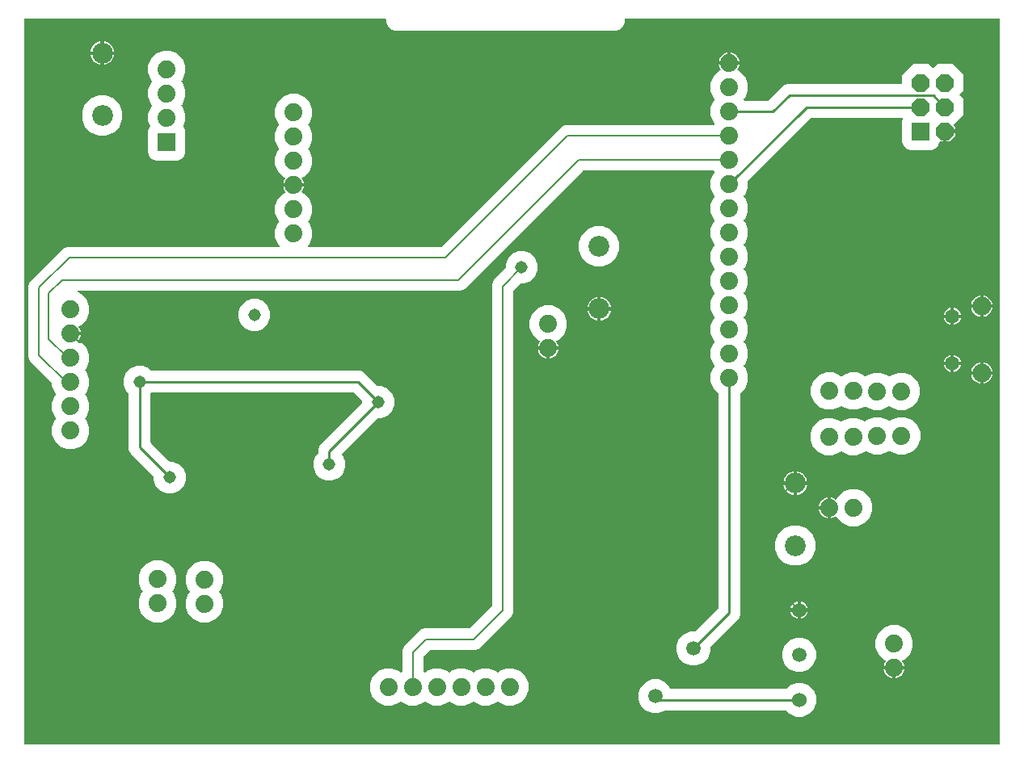
<source format=gbl>
G04 EAGLE Gerber RS-274X export*
G75*
%MOMM*%
%FSLAX34Y34*%
%LPD*%
%INBottom Copper*%
%IPPOS*%
%AMOC8*
5,1,8,0,0,1.08239X$1,22.5*%
G01*
%ADD10C,1.879600*%
%ADD11C,2.184400*%
%ADD12R,1.879600X1.879600*%
%ADD13C,1.524000*%
%ADD14C,1.508000*%
%ADD15C,1.950000*%
%ADD16P,2.034460X8X112.500000*%
%ADD17C,0.254000*%
%ADD18C,1.308000*%
%ADD19C,0.177800*%
%ADD20C,0.200000*%

G36*
X1020102Y-873D02*
X1020102Y-873D01*
X1020204Y-865D01*
X1020232Y-853D01*
X1020263Y-848D01*
X1020355Y-804D01*
X1020451Y-766D01*
X1020474Y-746D01*
X1020502Y-733D01*
X1020577Y-663D01*
X1020657Y-598D01*
X1020674Y-572D01*
X1020696Y-551D01*
X1020747Y-462D01*
X1020804Y-377D01*
X1020810Y-353D01*
X1020828Y-321D01*
X1020886Y-61D01*
X1020883Y-23D01*
X1020888Y0D01*
X1020888Y760000D01*
X1020873Y760102D01*
X1020865Y760204D01*
X1020853Y760232D01*
X1020848Y760263D01*
X1020804Y760355D01*
X1020766Y760451D01*
X1020746Y760474D01*
X1020733Y760502D01*
X1020663Y760577D01*
X1020598Y760657D01*
X1020572Y760674D01*
X1020551Y760696D01*
X1020462Y760747D01*
X1020377Y760804D01*
X1020353Y760810D01*
X1020321Y760828D01*
X1020061Y760886D01*
X1020023Y760883D01*
X1020000Y760888D01*
X628984Y760888D01*
X628882Y760873D01*
X628780Y760865D01*
X628752Y760853D01*
X628721Y760848D01*
X628629Y760804D01*
X628533Y760766D01*
X628510Y760746D01*
X628482Y760733D01*
X628407Y760663D01*
X628327Y760598D01*
X628310Y760572D01*
X628288Y760551D01*
X628237Y760462D01*
X628180Y760377D01*
X628174Y760353D01*
X628156Y760321D01*
X628098Y760061D01*
X628101Y760023D01*
X628096Y760000D01*
X628096Y756753D01*
X626452Y752785D01*
X623415Y749748D01*
X619447Y748104D01*
X386553Y748104D01*
X382585Y749748D01*
X379548Y752785D01*
X377904Y756753D01*
X377904Y760000D01*
X377889Y760102D01*
X377881Y760204D01*
X377869Y760232D01*
X377864Y760263D01*
X377820Y760355D01*
X377782Y760451D01*
X377762Y760474D01*
X377749Y760502D01*
X377679Y760577D01*
X377614Y760657D01*
X377588Y760674D01*
X377567Y760696D01*
X377478Y760747D01*
X377393Y760804D01*
X377369Y760810D01*
X377337Y760828D01*
X377077Y760886D01*
X377039Y760883D01*
X377016Y760888D01*
X0Y760888D01*
X-102Y760873D01*
X-204Y760865D01*
X-232Y760853D01*
X-263Y760848D01*
X-355Y760804D01*
X-451Y760766D01*
X-474Y760746D01*
X-502Y760733D01*
X-577Y760663D01*
X-657Y760598D01*
X-674Y760572D01*
X-696Y760551D01*
X-747Y760462D01*
X-804Y760377D01*
X-810Y760353D01*
X-828Y760321D01*
X-886Y760061D01*
X-883Y760023D01*
X-888Y760000D01*
X-888Y0D01*
X-873Y-102D01*
X-865Y-204D01*
X-853Y-232D01*
X-848Y-263D01*
X-804Y-355D01*
X-766Y-451D01*
X-746Y-474D01*
X-733Y-502D01*
X-663Y-577D01*
X-598Y-657D01*
X-572Y-674D01*
X-551Y-696D01*
X-462Y-747D01*
X-377Y-804D01*
X-353Y-810D01*
X-321Y-828D01*
X-61Y-886D01*
X-23Y-883D01*
X0Y-888D01*
X1020000Y-888D01*
X1020102Y-873D01*
G37*
%LPC*%
G36*
X696479Y82299D02*
X696479Y82299D01*
X689973Y84994D01*
X684994Y89973D01*
X682299Y96479D01*
X682299Y103521D01*
X684994Y110027D01*
X689973Y115006D01*
X696479Y117701D01*
X701167Y117701D01*
X701188Y117704D01*
X701209Y117702D01*
X701319Y117724D01*
X701430Y117741D01*
X701449Y117750D01*
X701470Y117754D01*
X701508Y117778D01*
X701669Y117856D01*
X701752Y117933D01*
X701795Y117961D01*
X725709Y141875D01*
X725722Y141892D01*
X725738Y141905D01*
X725800Y141998D01*
X725867Y142089D01*
X725874Y142108D01*
X725885Y142126D01*
X725895Y142170D01*
X725954Y142340D01*
X725958Y142452D01*
X725969Y142503D01*
X725969Y367303D01*
X725966Y367323D01*
X725968Y367344D01*
X725946Y367455D01*
X725929Y367565D01*
X725920Y367584D01*
X725916Y367605D01*
X725892Y367644D01*
X725814Y367805D01*
X725737Y367887D01*
X725709Y367931D01*
X720819Y372821D01*
X717841Y380009D01*
X717841Y387791D01*
X720819Y394979D01*
X721812Y395972D01*
X721873Y396055D01*
X721939Y396133D01*
X721951Y396161D01*
X721969Y396186D01*
X722003Y396283D01*
X722043Y396377D01*
X722047Y396408D01*
X722057Y396437D01*
X722060Y396539D01*
X722071Y396642D01*
X722065Y396672D01*
X722066Y396703D01*
X722039Y396802D01*
X722019Y396902D01*
X722006Y396922D01*
X721996Y396959D01*
X721853Y397183D01*
X721825Y397208D01*
X721812Y397228D01*
X720819Y398221D01*
X717841Y405409D01*
X717841Y413191D01*
X720819Y420379D01*
X721812Y421372D01*
X721873Y421455D01*
X721939Y421533D01*
X721951Y421561D01*
X721969Y421586D01*
X722003Y421683D01*
X722043Y421777D01*
X722047Y421808D01*
X722057Y421837D01*
X722060Y421939D01*
X722071Y422042D01*
X722065Y422072D01*
X722066Y422103D01*
X722039Y422202D01*
X722019Y422302D01*
X722006Y422322D01*
X721996Y422359D01*
X721853Y422583D01*
X721825Y422608D01*
X721812Y422628D01*
X720819Y423621D01*
X717841Y430809D01*
X717841Y438591D01*
X720819Y445779D01*
X721812Y446772D01*
X721872Y446854D01*
X721939Y446933D01*
X721951Y446961D01*
X721969Y446986D01*
X722003Y447083D01*
X722043Y447177D01*
X722047Y447208D01*
X722057Y447237D01*
X722060Y447339D01*
X722071Y447442D01*
X722065Y447472D01*
X722066Y447503D01*
X722039Y447602D01*
X722019Y447702D01*
X722006Y447722D01*
X721996Y447759D01*
X721853Y447983D01*
X721825Y448008D01*
X721812Y448028D01*
X720819Y449021D01*
X717841Y456209D01*
X717841Y463991D01*
X720819Y471179D01*
X721812Y472172D01*
X721873Y472255D01*
X721939Y472333D01*
X721951Y472361D01*
X721969Y472386D01*
X722003Y472483D01*
X722043Y472577D01*
X722047Y472608D01*
X722057Y472637D01*
X722060Y472739D01*
X722071Y472842D01*
X722065Y472872D01*
X722066Y472903D01*
X722039Y473002D01*
X722019Y473102D01*
X722006Y473122D01*
X721996Y473159D01*
X721853Y473383D01*
X721825Y473408D01*
X721812Y473428D01*
X720819Y474421D01*
X717841Y481609D01*
X717841Y489391D01*
X720819Y496579D01*
X721812Y497572D01*
X721873Y497655D01*
X721939Y497733D01*
X721951Y497761D01*
X721969Y497786D01*
X722003Y497883D01*
X722043Y497977D01*
X722047Y498008D01*
X722057Y498037D01*
X722060Y498139D01*
X722071Y498242D01*
X722065Y498272D01*
X722066Y498303D01*
X722039Y498402D01*
X722019Y498502D01*
X722006Y498522D01*
X721996Y498559D01*
X721853Y498783D01*
X721825Y498808D01*
X721812Y498828D01*
X720819Y499821D01*
X717841Y507009D01*
X717841Y514791D01*
X720819Y521979D01*
X721812Y522972D01*
X721873Y523055D01*
X721939Y523133D01*
X721951Y523161D01*
X721969Y523186D01*
X722003Y523283D01*
X722043Y523377D01*
X722047Y523408D01*
X722057Y523437D01*
X722060Y523539D01*
X722071Y523642D01*
X722065Y523672D01*
X722066Y523703D01*
X722039Y523802D01*
X722019Y523902D01*
X722006Y523922D01*
X721996Y523959D01*
X721853Y524183D01*
X721825Y524208D01*
X721812Y524228D01*
X720819Y525221D01*
X717841Y532409D01*
X717841Y540191D01*
X720819Y547379D01*
X721812Y548372D01*
X721873Y548455D01*
X721939Y548533D01*
X721951Y548561D01*
X721969Y548586D01*
X722003Y548683D01*
X722043Y548777D01*
X722047Y548808D01*
X722057Y548837D01*
X722060Y548939D01*
X722071Y549042D01*
X722065Y549072D01*
X722066Y549103D01*
X722039Y549202D01*
X722019Y549302D01*
X722006Y549322D01*
X721996Y549359D01*
X721853Y549583D01*
X721825Y549608D01*
X721812Y549628D01*
X720819Y550621D01*
X717841Y557809D01*
X717841Y565591D01*
X720819Y572779D01*
X721812Y573772D01*
X721873Y573855D01*
X721939Y573933D01*
X721951Y573961D01*
X721969Y573986D01*
X722003Y574083D01*
X722043Y574177D01*
X722047Y574208D01*
X722057Y574237D01*
X722060Y574339D01*
X722071Y574442D01*
X722065Y574472D01*
X722066Y574503D01*
X722039Y574602D01*
X722019Y574702D01*
X722006Y574722D01*
X721996Y574759D01*
X721853Y574983D01*
X721825Y575008D01*
X721812Y575028D01*
X720819Y576021D01*
X717841Y583209D01*
X717841Y590991D01*
X720819Y598179D01*
X721812Y599172D01*
X721873Y599255D01*
X721939Y599333D01*
X721951Y599361D01*
X721969Y599386D01*
X722003Y599483D01*
X722043Y599577D01*
X722047Y599608D01*
X722057Y599637D01*
X722060Y599739D01*
X722071Y599842D01*
X722065Y599872D01*
X722066Y599903D01*
X722039Y600002D01*
X722019Y600102D01*
X722006Y600122D01*
X721996Y600159D01*
X721853Y600383D01*
X721825Y600408D01*
X721812Y600428D01*
X721161Y601079D01*
X721144Y601092D01*
X721131Y601108D01*
X721037Y601170D01*
X720947Y601237D01*
X720927Y601244D01*
X720909Y601255D01*
X720865Y601265D01*
X720696Y601324D01*
X720583Y601328D01*
X720533Y601339D01*
X584991Y601339D01*
X584970Y601336D01*
X584949Y601338D01*
X584839Y601316D01*
X584728Y601299D01*
X584709Y601290D01*
X584689Y601286D01*
X584650Y601262D01*
X584489Y601184D01*
X584406Y601107D01*
X584363Y601079D01*
X460322Y477038D01*
X456220Y475339D01*
X55803Y475339D01*
X55712Y475325D01*
X55619Y475320D01*
X55581Y475306D01*
X55540Y475299D01*
X55457Y475259D01*
X55371Y475227D01*
X55338Y475202D01*
X55301Y475184D01*
X55233Y475121D01*
X55160Y475064D01*
X55137Y475030D01*
X55107Y475002D01*
X55061Y474922D01*
X55008Y474847D01*
X54995Y474807D01*
X54975Y474772D01*
X54955Y474682D01*
X54926Y474594D01*
X54926Y474552D01*
X54917Y474512D01*
X54924Y474420D01*
X54923Y474328D01*
X54935Y474288D01*
X54938Y474247D01*
X54973Y474161D01*
X54999Y474073D01*
X55022Y474039D01*
X55037Y474000D01*
X55096Y473929D01*
X55147Y473852D01*
X55172Y473834D01*
X55205Y473794D01*
X55426Y473647D01*
X55446Y473642D01*
X55463Y473630D01*
X58479Y472381D01*
X63981Y466879D01*
X66959Y459691D01*
X66959Y451909D01*
X63981Y444721D01*
X58479Y439219D01*
X56457Y438381D01*
X56393Y438343D01*
X56325Y438313D01*
X56280Y438275D01*
X56229Y438244D01*
X56180Y438189D01*
X56124Y438140D01*
X56092Y438090D01*
X56052Y438045D01*
X56022Y437978D01*
X55982Y437915D01*
X55967Y437858D01*
X55942Y437803D01*
X55933Y437730D01*
X55914Y437658D01*
X55916Y437599D01*
X55909Y437540D01*
X55922Y437467D01*
X55924Y437393D01*
X55941Y437354D01*
X55955Y437278D01*
X56076Y437041D01*
X56077Y437040D01*
X56078Y437039D01*
X56742Y436125D01*
X57522Y434593D01*
X58054Y432958D01*
X58177Y432177D01*
X48289Y432177D01*
X48188Y432162D01*
X48085Y432153D01*
X48057Y432142D01*
X48026Y432137D01*
X47934Y432093D01*
X47839Y432054D01*
X47815Y432035D01*
X47787Y432022D01*
X47712Y431952D01*
X47632Y431887D01*
X47615Y431861D01*
X47593Y431840D01*
X47542Y431751D01*
X47485Y431666D01*
X47480Y431642D01*
X47461Y431610D01*
X47403Y431350D01*
X47406Y431312D01*
X47401Y431289D01*
X47401Y429511D01*
X47416Y429409D01*
X47425Y429307D01*
X47436Y429279D01*
X47441Y429248D01*
X47485Y429156D01*
X47524Y429060D01*
X47543Y429037D01*
X47556Y429009D01*
X47626Y428934D01*
X47691Y428854D01*
X47717Y428837D01*
X47738Y428815D01*
X47827Y428764D01*
X47912Y428707D01*
X47936Y428701D01*
X47969Y428683D01*
X48228Y428625D01*
X48266Y428628D01*
X48289Y428623D01*
X58177Y428623D01*
X58054Y427842D01*
X57522Y426207D01*
X56742Y424675D01*
X56078Y423761D01*
X56044Y423696D01*
X56001Y423635D01*
X55983Y423578D01*
X55956Y423525D01*
X55943Y423453D01*
X55920Y423382D01*
X55919Y423322D01*
X55909Y423264D01*
X55918Y423190D01*
X55917Y423116D01*
X55934Y423059D01*
X55941Y423000D01*
X55972Y422932D01*
X55993Y422861D01*
X56026Y422812D01*
X56050Y422758D01*
X56100Y422702D01*
X56141Y422640D01*
X56175Y422616D01*
X56226Y422558D01*
X56453Y422420D01*
X56456Y422420D01*
X56457Y422419D01*
X58479Y421581D01*
X63981Y416079D01*
X66959Y408891D01*
X66959Y401109D01*
X63981Y393921D01*
X62988Y392928D01*
X62927Y392845D01*
X62861Y392767D01*
X62849Y392739D01*
X62831Y392714D01*
X62797Y392617D01*
X62757Y392523D01*
X62753Y392492D01*
X62743Y392463D01*
X62740Y392360D01*
X62729Y392258D01*
X62735Y392228D01*
X62734Y392197D01*
X62761Y392098D01*
X62781Y391998D01*
X62794Y391977D01*
X62804Y391941D01*
X62947Y391717D01*
X62975Y391692D01*
X62988Y391672D01*
X63981Y390679D01*
X66959Y383491D01*
X66959Y375709D01*
X63981Y368521D01*
X62988Y367528D01*
X62927Y367445D01*
X62861Y367367D01*
X62849Y367339D01*
X62831Y367314D01*
X62797Y367217D01*
X62757Y367123D01*
X62753Y367092D01*
X62743Y367063D01*
X62740Y366960D01*
X62729Y366858D01*
X62735Y366828D01*
X62734Y366797D01*
X62761Y366698D01*
X62781Y366598D01*
X62794Y366577D01*
X62804Y366541D01*
X62947Y366317D01*
X62975Y366292D01*
X62988Y366272D01*
X63981Y365279D01*
X66959Y358091D01*
X66959Y350309D01*
X63981Y343121D01*
X62988Y342128D01*
X62927Y342045D01*
X62861Y341967D01*
X62849Y341939D01*
X62831Y341914D01*
X62797Y341817D01*
X62757Y341723D01*
X62753Y341692D01*
X62743Y341663D01*
X62740Y341561D01*
X62729Y341458D01*
X62735Y341428D01*
X62734Y341397D01*
X62761Y341298D01*
X62781Y341198D01*
X62794Y341178D01*
X62804Y341141D01*
X62947Y340917D01*
X62975Y340892D01*
X62988Y340872D01*
X63981Y339879D01*
X66959Y332691D01*
X66959Y324909D01*
X63981Y317721D01*
X58479Y312219D01*
X51291Y309241D01*
X43509Y309241D01*
X36321Y312219D01*
X30819Y317721D01*
X27841Y324909D01*
X27841Y332691D01*
X30819Y339879D01*
X31812Y340872D01*
X31873Y340955D01*
X31939Y341033D01*
X31951Y341061D01*
X31969Y341086D01*
X32003Y341183D01*
X32043Y341277D01*
X32047Y341308D01*
X32057Y341337D01*
X32060Y341440D01*
X32071Y341542D01*
X32065Y341572D01*
X32066Y341603D01*
X32039Y341702D01*
X32019Y341802D01*
X32006Y341823D01*
X31996Y341859D01*
X31853Y342083D01*
X31825Y342108D01*
X31812Y342128D01*
X30819Y343121D01*
X27841Y350309D01*
X27841Y358091D01*
X30819Y365279D01*
X31812Y366272D01*
X31873Y366355D01*
X31939Y366433D01*
X31951Y366461D01*
X31969Y366486D01*
X32003Y366583D01*
X32043Y366677D01*
X32047Y366708D01*
X32057Y366737D01*
X32060Y366839D01*
X32071Y366942D01*
X32065Y366972D01*
X32066Y367003D01*
X32039Y367102D01*
X32019Y367202D01*
X32006Y367222D01*
X31996Y367259D01*
X31853Y367483D01*
X31825Y367508D01*
X31812Y367528D01*
X30819Y368521D01*
X27841Y375709D01*
X27841Y378507D01*
X27838Y378528D01*
X27840Y378549D01*
X27818Y378659D01*
X27801Y378770D01*
X27792Y378789D01*
X27788Y378809D01*
X27764Y378848D01*
X27686Y379009D01*
X27609Y379092D01*
X27581Y379135D01*
X5038Y401678D01*
X3339Y405780D01*
X3339Y480720D01*
X5038Y484822D01*
X39678Y519462D01*
X43780Y521161D01*
X265535Y521161D01*
X265586Y521168D01*
X265637Y521167D01*
X265717Y521188D01*
X265797Y521201D01*
X265844Y521223D01*
X265894Y521237D01*
X265963Y521281D01*
X266037Y521316D01*
X266074Y521351D01*
X266118Y521379D01*
X266171Y521442D01*
X266231Y521498D01*
X266257Y521542D01*
X266290Y521582D01*
X266322Y521657D01*
X266363Y521728D01*
X266374Y521779D01*
X266395Y521826D01*
X266403Y521908D01*
X266421Y521988D01*
X266417Y522039D01*
X266422Y522091D01*
X266406Y522171D01*
X266399Y522253D01*
X266380Y522301D01*
X266370Y522351D01*
X266342Y522395D01*
X266300Y522500D01*
X266187Y522639D01*
X266163Y522677D01*
X264619Y524221D01*
X261641Y531409D01*
X261641Y539191D01*
X264619Y546379D01*
X265612Y547372D01*
X265673Y547455D01*
X265739Y547533D01*
X265751Y547561D01*
X265769Y547586D01*
X265803Y547683D01*
X265843Y547777D01*
X265847Y547808D01*
X265857Y547837D01*
X265860Y547939D01*
X265871Y548042D01*
X265865Y548072D01*
X265866Y548103D01*
X265839Y548202D01*
X265819Y548302D01*
X265806Y548322D01*
X265796Y548359D01*
X265653Y548583D01*
X265625Y548608D01*
X265612Y548628D01*
X264619Y549621D01*
X261641Y556809D01*
X261641Y564591D01*
X264619Y571779D01*
X270121Y577281D01*
X272143Y578119D01*
X272207Y578157D01*
X272275Y578187D01*
X272320Y578225D01*
X272371Y578256D01*
X272420Y578311D01*
X272476Y578360D01*
X272508Y578410D01*
X272548Y578455D01*
X272578Y578522D01*
X272618Y578585D01*
X272633Y578642D01*
X272658Y578697D01*
X272667Y578770D01*
X272686Y578842D01*
X272684Y578901D01*
X272691Y578960D01*
X272678Y579033D01*
X272676Y579107D01*
X272659Y579146D01*
X272645Y579222D01*
X272524Y579459D01*
X272523Y579460D01*
X272522Y579461D01*
X271858Y580375D01*
X271078Y581907D01*
X270546Y583542D01*
X270423Y584323D01*
X280311Y584323D01*
X280412Y584338D01*
X280515Y584346D01*
X280543Y584358D01*
X280574Y584363D01*
X280666Y584407D01*
X280761Y584445D01*
X280785Y584465D01*
X280813Y584478D01*
X280888Y584548D01*
X280968Y584613D01*
X280985Y584639D01*
X281007Y584660D01*
X281058Y584749D01*
X281115Y584834D01*
X281120Y584858D01*
X281139Y584890D01*
X281197Y585150D01*
X281194Y585188D01*
X281199Y585211D01*
X281199Y586989D01*
X281184Y587090D01*
X281175Y587193D01*
X281164Y587221D01*
X281159Y587252D01*
X281115Y587344D01*
X281076Y587439D01*
X281057Y587463D01*
X281044Y587491D01*
X280974Y587566D01*
X280909Y587646D01*
X280883Y587663D01*
X280862Y587685D01*
X280773Y587736D01*
X280688Y587793D01*
X280664Y587799D01*
X280631Y587817D01*
X280372Y587875D01*
X280334Y587872D01*
X280311Y587877D01*
X270423Y587877D01*
X270546Y588658D01*
X271078Y590293D01*
X271858Y591825D01*
X272522Y592739D01*
X272556Y592804D01*
X272599Y592865D01*
X272617Y592922D01*
X272644Y592975D01*
X272657Y593047D01*
X272680Y593118D01*
X272681Y593178D01*
X272691Y593236D01*
X272682Y593310D01*
X272683Y593384D01*
X272666Y593441D01*
X272659Y593500D01*
X272628Y593568D01*
X272607Y593639D01*
X272574Y593688D01*
X272550Y593742D01*
X272500Y593798D01*
X272459Y593860D01*
X272425Y593884D01*
X272374Y593942D01*
X272147Y594080D01*
X272144Y594080D01*
X272143Y594081D01*
X270121Y594919D01*
X264619Y600421D01*
X261641Y607609D01*
X261641Y615391D01*
X264619Y622579D01*
X265612Y623572D01*
X265673Y623655D01*
X265739Y623733D01*
X265751Y623761D01*
X265769Y623786D01*
X265803Y623883D01*
X265843Y623977D01*
X265847Y624008D01*
X265857Y624037D01*
X265860Y624139D01*
X265871Y624242D01*
X265865Y624272D01*
X265866Y624303D01*
X265839Y624402D01*
X265819Y624502D01*
X265806Y624522D01*
X265796Y624559D01*
X265653Y624783D01*
X265625Y624808D01*
X265612Y624828D01*
X264619Y625821D01*
X261641Y633009D01*
X261641Y640791D01*
X264619Y647979D01*
X265612Y648972D01*
X265673Y649055D01*
X265739Y649133D01*
X265751Y649161D01*
X265769Y649186D01*
X265803Y649283D01*
X265843Y649377D01*
X265847Y649408D01*
X265857Y649437D01*
X265860Y649539D01*
X265871Y649642D01*
X265865Y649672D01*
X265866Y649703D01*
X265839Y649802D01*
X265819Y649902D01*
X265806Y649922D01*
X265796Y649959D01*
X265653Y650183D01*
X265625Y650208D01*
X265612Y650228D01*
X264619Y651221D01*
X261641Y658409D01*
X261641Y666191D01*
X264619Y673379D01*
X270121Y678881D01*
X277309Y681859D01*
X285091Y681859D01*
X292279Y678881D01*
X297781Y673379D01*
X300759Y666191D01*
X300759Y658409D01*
X297781Y651221D01*
X296788Y650228D01*
X296727Y650145D01*
X296661Y650067D01*
X296649Y650039D01*
X296631Y650014D01*
X296597Y649917D01*
X296557Y649823D01*
X296553Y649792D01*
X296543Y649763D01*
X296540Y649660D01*
X296529Y649558D01*
X296535Y649528D01*
X296534Y649497D01*
X296561Y649398D01*
X296581Y649298D01*
X296594Y649277D01*
X296604Y649241D01*
X296747Y649017D01*
X296775Y648992D01*
X296788Y648972D01*
X297781Y647979D01*
X300759Y640791D01*
X300759Y633009D01*
X297781Y625821D01*
X296788Y624828D01*
X296727Y624745D01*
X296661Y624667D01*
X296649Y624639D01*
X296631Y624614D01*
X296597Y624517D01*
X296557Y624423D01*
X296553Y624392D01*
X296543Y624363D01*
X296540Y624260D01*
X296529Y624158D01*
X296535Y624128D01*
X296534Y624097D01*
X296561Y623998D01*
X296581Y623898D01*
X296594Y623877D01*
X296604Y623841D01*
X296747Y623617D01*
X296775Y623592D01*
X296788Y623572D01*
X297781Y622579D01*
X300759Y615391D01*
X300759Y607609D01*
X297781Y600421D01*
X292279Y594919D01*
X290257Y594081D01*
X290193Y594043D01*
X290125Y594013D01*
X290080Y593975D01*
X290029Y593944D01*
X289980Y593889D01*
X289924Y593840D01*
X289892Y593790D01*
X289852Y593745D01*
X289822Y593678D01*
X289782Y593615D01*
X289767Y593558D01*
X289742Y593503D01*
X289733Y593430D01*
X289714Y593358D01*
X289716Y593299D01*
X289709Y593240D01*
X289722Y593167D01*
X289724Y593093D01*
X289741Y593054D01*
X289755Y592978D01*
X289876Y592741D01*
X289877Y592740D01*
X289878Y592739D01*
X290542Y591825D01*
X291322Y590293D01*
X291854Y588658D01*
X291977Y587877D01*
X282089Y587877D01*
X281988Y587862D01*
X281885Y587853D01*
X281857Y587842D01*
X281826Y587837D01*
X281734Y587793D01*
X281639Y587754D01*
X281615Y587735D01*
X281587Y587722D01*
X281512Y587652D01*
X281432Y587587D01*
X281415Y587561D01*
X281393Y587540D01*
X281342Y587451D01*
X281285Y587366D01*
X281280Y587342D01*
X281261Y587310D01*
X281203Y587050D01*
X281206Y587012D01*
X281201Y586989D01*
X281201Y585211D01*
X281216Y585109D01*
X281225Y585007D01*
X281236Y584979D01*
X281241Y584948D01*
X281285Y584856D01*
X281324Y584760D01*
X281343Y584737D01*
X281356Y584709D01*
X281426Y584634D01*
X281491Y584554D01*
X281517Y584537D01*
X281538Y584515D01*
X281627Y584464D01*
X281712Y584407D01*
X281736Y584401D01*
X281769Y584383D01*
X282028Y584325D01*
X282066Y584328D01*
X282089Y584323D01*
X291977Y584323D01*
X291854Y583542D01*
X291322Y581907D01*
X290542Y580375D01*
X289878Y579461D01*
X289844Y579396D01*
X289801Y579335D01*
X289783Y579278D01*
X289756Y579225D01*
X289743Y579153D01*
X289720Y579082D01*
X289719Y579022D01*
X289709Y578964D01*
X289718Y578890D01*
X289717Y578816D01*
X289734Y578759D01*
X289741Y578700D01*
X289772Y578632D01*
X289793Y578561D01*
X289826Y578512D01*
X289850Y578458D01*
X289900Y578402D01*
X289941Y578340D01*
X289975Y578316D01*
X290026Y578258D01*
X290253Y578120D01*
X290256Y578120D01*
X290257Y578119D01*
X292279Y577281D01*
X297781Y571779D01*
X300759Y564591D01*
X300759Y556809D01*
X297781Y549621D01*
X296788Y548628D01*
X296727Y548545D01*
X296661Y548467D01*
X296649Y548439D01*
X296631Y548414D01*
X296597Y548317D01*
X296557Y548223D01*
X296553Y548192D01*
X296543Y548163D01*
X296540Y548060D01*
X296529Y547958D01*
X296535Y547928D01*
X296534Y547897D01*
X296561Y547798D01*
X296581Y547698D01*
X296594Y547677D01*
X296604Y547641D01*
X296747Y547417D01*
X296775Y547392D01*
X296788Y547372D01*
X297781Y546379D01*
X300759Y539191D01*
X300759Y531409D01*
X297781Y524221D01*
X296237Y522677D01*
X296207Y522636D01*
X296169Y522600D01*
X296128Y522529D01*
X296080Y522463D01*
X296063Y522414D01*
X296037Y522370D01*
X296019Y522290D01*
X295992Y522212D01*
X295990Y522160D01*
X295979Y522110D01*
X295986Y522028D01*
X295983Y521946D01*
X295997Y521897D01*
X296001Y521845D01*
X296031Y521769D01*
X296053Y521690D01*
X296081Y521646D01*
X296100Y521598D01*
X296152Y521535D01*
X296196Y521466D01*
X296235Y521432D01*
X296267Y521392D01*
X296336Y521347D01*
X296398Y521294D01*
X296446Y521273D01*
X296489Y521245D01*
X296539Y521233D01*
X296643Y521189D01*
X296821Y521171D01*
X296865Y521161D01*
X435009Y521161D01*
X435030Y521164D01*
X435051Y521162D01*
X435161Y521184D01*
X435272Y521201D01*
X435291Y521210D01*
X435311Y521214D01*
X435350Y521238D01*
X435511Y521316D01*
X435594Y521393D01*
X435637Y521421D01*
X561578Y647362D01*
X565680Y649061D01*
X720533Y649061D01*
X720553Y649064D01*
X720574Y649062D01*
X720685Y649084D01*
X720795Y649101D01*
X720814Y649110D01*
X720835Y649114D01*
X720873Y649138D01*
X721035Y649216D01*
X721117Y649293D01*
X721161Y649321D01*
X721812Y649972D01*
X721872Y650054D01*
X721939Y650133D01*
X721951Y650161D01*
X721969Y650186D01*
X722003Y650283D01*
X722043Y650377D01*
X722047Y650408D01*
X722057Y650437D01*
X722060Y650539D01*
X722071Y650642D01*
X722065Y650672D01*
X722066Y650703D01*
X722039Y650802D01*
X722019Y650902D01*
X722006Y650922D01*
X721996Y650959D01*
X721853Y651183D01*
X721825Y651208D01*
X721812Y651228D01*
X720819Y652221D01*
X717841Y659409D01*
X717841Y667191D01*
X720819Y674379D01*
X721812Y675372D01*
X721836Y675405D01*
X721838Y675407D01*
X721841Y675412D01*
X721873Y675455D01*
X721939Y675533D01*
X721951Y675561D01*
X721969Y675586D01*
X722003Y675683D01*
X722043Y675777D01*
X722047Y675808D01*
X722057Y675837D01*
X722060Y675939D01*
X722071Y676042D01*
X722065Y676072D01*
X722066Y676103D01*
X722039Y676202D01*
X722019Y676302D01*
X722006Y676322D01*
X721996Y676359D01*
X721853Y676583D01*
X721825Y676608D01*
X721812Y676628D01*
X720819Y677621D01*
X717841Y684809D01*
X717841Y692591D01*
X720819Y699779D01*
X726321Y705281D01*
X728343Y706119D01*
X728407Y706157D01*
X728475Y706187D01*
X728520Y706225D01*
X728571Y706256D01*
X728620Y706311D01*
X728676Y706360D01*
X728708Y706410D01*
X728748Y706455D01*
X728778Y706522D01*
X728818Y706585D01*
X728833Y706642D01*
X728858Y706697D01*
X728867Y706770D01*
X728886Y706842D01*
X728884Y706901D01*
X728891Y706960D01*
X728878Y707033D01*
X728876Y707107D01*
X728859Y707146D01*
X728845Y707222D01*
X728724Y707459D01*
X728723Y707460D01*
X728722Y707461D01*
X728058Y708375D01*
X727278Y709907D01*
X726746Y711542D01*
X726623Y712323D01*
X736511Y712323D01*
X736612Y712338D01*
X736715Y712346D01*
X736743Y712358D01*
X736774Y712363D01*
X736866Y712407D01*
X736961Y712445D01*
X736985Y712465D01*
X737013Y712478D01*
X737088Y712548D01*
X737168Y712613D01*
X737185Y712639D01*
X737207Y712660D01*
X737258Y712749D01*
X737315Y712834D01*
X737320Y712858D01*
X737339Y712890D01*
X737397Y713150D01*
X737394Y713188D01*
X737399Y713211D01*
X737399Y714101D01*
X737401Y714101D01*
X737401Y713211D01*
X737416Y713109D01*
X737425Y713007D01*
X737436Y712979D01*
X737441Y712948D01*
X737485Y712856D01*
X737524Y712760D01*
X737543Y712737D01*
X737556Y712709D01*
X737626Y712634D01*
X737691Y712554D01*
X737717Y712537D01*
X737738Y712515D01*
X737827Y712464D01*
X737912Y712407D01*
X737936Y712401D01*
X737969Y712383D01*
X738228Y712325D01*
X738266Y712328D01*
X738289Y712323D01*
X748177Y712323D01*
X748054Y711542D01*
X747522Y709907D01*
X746742Y708375D01*
X746078Y707461D01*
X746044Y707396D01*
X746001Y707335D01*
X745983Y707278D01*
X745956Y707225D01*
X745943Y707153D01*
X745920Y707082D01*
X745919Y707022D01*
X745909Y706964D01*
X745918Y706890D01*
X745917Y706816D01*
X745934Y706759D01*
X745941Y706700D01*
X745972Y706632D01*
X745993Y706561D01*
X746026Y706512D01*
X746050Y706458D01*
X746100Y706402D01*
X746141Y706340D01*
X746175Y706316D01*
X746226Y706258D01*
X746453Y706120D01*
X746456Y706120D01*
X746457Y706119D01*
X748479Y705281D01*
X753981Y699779D01*
X756959Y692591D01*
X756959Y684809D01*
X753981Y677621D01*
X752988Y676628D01*
X752927Y676545D01*
X752861Y676467D01*
X752849Y676439D01*
X752831Y676414D01*
X752797Y676317D01*
X752757Y676223D01*
X752753Y676192D01*
X752743Y676163D01*
X752740Y676060D01*
X752729Y675958D01*
X752735Y675928D01*
X752734Y675897D01*
X752761Y675798D01*
X752781Y675698D01*
X752794Y675678D01*
X752804Y675641D01*
X752947Y675417D01*
X752976Y675392D01*
X752988Y675372D01*
X753369Y674991D01*
X753386Y674978D01*
X753399Y674962D01*
X753493Y674900D01*
X753583Y674833D01*
X753603Y674826D01*
X753621Y674815D01*
X753665Y674805D01*
X753834Y674746D01*
X753947Y674742D01*
X753997Y674731D01*
X778197Y674731D01*
X778218Y674734D01*
X778239Y674732D01*
X778349Y674754D01*
X778460Y674771D01*
X778479Y674780D01*
X778500Y674784D01*
X778538Y674808D01*
X778699Y674886D01*
X778782Y674963D01*
X778825Y674991D01*
X790531Y686696D01*
X793871Y690037D01*
X798072Y691777D01*
X917753Y691777D01*
X917855Y691792D01*
X917957Y691800D01*
X917985Y691812D01*
X918016Y691817D01*
X918108Y691861D01*
X918204Y691899D01*
X918227Y691919D01*
X918255Y691932D01*
X918330Y692002D01*
X918410Y692067D01*
X918427Y692093D01*
X918449Y692114D01*
X918500Y692203D01*
X918557Y692288D01*
X918563Y692312D01*
X918581Y692344D01*
X918639Y692604D01*
X918636Y692642D01*
X918641Y692665D01*
X918641Y701401D01*
X930099Y712859D01*
X946301Y712859D01*
X950272Y708888D01*
X950355Y708827D01*
X950433Y708761D01*
X950461Y708749D01*
X950486Y708731D01*
X950583Y708697D01*
X950677Y708657D01*
X950708Y708653D01*
X950737Y708643D01*
X950839Y708640D01*
X950942Y708629D01*
X950972Y708635D01*
X951003Y708634D01*
X951102Y708661D01*
X951202Y708681D01*
X951222Y708694D01*
X951259Y708704D01*
X951483Y708847D01*
X951508Y708875D01*
X951528Y708888D01*
X955499Y712859D01*
X971701Y712859D01*
X983159Y701401D01*
X983159Y685199D01*
X979188Y681228D01*
X979127Y681145D01*
X979061Y681067D01*
X979049Y681039D01*
X979031Y681014D01*
X978997Y680917D01*
X978957Y680823D01*
X978953Y680792D01*
X978943Y680763D01*
X978940Y680661D01*
X978929Y680558D01*
X978935Y680528D01*
X978934Y680497D01*
X978961Y680398D01*
X978981Y680298D01*
X978994Y680278D01*
X979004Y680241D01*
X979147Y680017D01*
X979175Y679992D01*
X979188Y679972D01*
X983159Y676001D01*
X983159Y659799D01*
X973082Y649722D01*
X973021Y649639D01*
X972954Y649561D01*
X972942Y649532D01*
X972924Y649508D01*
X972890Y649411D01*
X972850Y649316D01*
X972847Y649286D01*
X972837Y649256D01*
X972833Y649154D01*
X972823Y649052D01*
X972829Y649022D01*
X972827Y648991D01*
X972854Y648892D01*
X972875Y648791D01*
X972887Y648771D01*
X972897Y648734D01*
X973040Y648510D01*
X973069Y648485D01*
X973082Y648465D01*
X974523Y647024D01*
X974523Y644277D01*
X964489Y644277D01*
X964388Y644262D01*
X964285Y644253D01*
X964257Y644242D01*
X964226Y644237D01*
X964134Y644193D01*
X964039Y644154D01*
X964015Y644135D01*
X963987Y644122D01*
X963912Y644052D01*
X963832Y643987D01*
X963815Y643961D01*
X963793Y643940D01*
X963742Y643851D01*
X963685Y643766D01*
X963680Y643742D01*
X963661Y643710D01*
X963603Y643450D01*
X963606Y643412D01*
X963601Y643389D01*
X963601Y642499D01*
X962711Y642499D01*
X962609Y642484D01*
X962507Y642475D01*
X962479Y642464D01*
X962448Y642459D01*
X962356Y642415D01*
X962260Y642376D01*
X962237Y642357D01*
X962209Y642344D01*
X962134Y642274D01*
X962054Y642209D01*
X962037Y642183D01*
X962015Y642162D01*
X961964Y642073D01*
X961907Y641988D01*
X961901Y641964D01*
X961883Y641931D01*
X961825Y641672D01*
X961828Y641634D01*
X961823Y641611D01*
X961823Y631577D01*
X959021Y631577D01*
X959016Y631581D01*
X959006Y631584D01*
X958997Y631590D01*
X958881Y631628D01*
X958765Y631668D01*
X958754Y631669D01*
X958744Y631672D01*
X958622Y631673D01*
X958499Y631677D01*
X958489Y631675D01*
X958478Y631675D01*
X958361Y631640D01*
X958243Y631607D01*
X958234Y631602D01*
X958224Y631599D01*
X958122Y631531D01*
X958018Y631465D01*
X958011Y631457D01*
X958003Y631451D01*
X957985Y631426D01*
X957846Y631262D01*
X957809Y631174D01*
X957781Y631135D01*
X956212Y627346D01*
X953354Y624488D01*
X949619Y622941D01*
X926781Y622941D01*
X923046Y624488D01*
X920188Y627346D01*
X918641Y631081D01*
X918641Y653919D01*
X919189Y655241D01*
X919191Y655251D01*
X919197Y655260D01*
X919223Y655380D01*
X919253Y655499D01*
X919252Y655510D01*
X919254Y655520D01*
X919244Y655642D01*
X919237Y655765D01*
X919234Y655774D01*
X919233Y655785D01*
X919187Y655899D01*
X919144Y656013D01*
X919138Y656022D01*
X919134Y656032D01*
X919056Y656127D01*
X918981Y656224D01*
X918973Y656230D01*
X918966Y656238D01*
X918864Y656306D01*
X918764Y656376D01*
X918754Y656380D01*
X918745Y656385D01*
X918715Y656392D01*
X918511Y656458D01*
X918415Y656459D01*
X918368Y656469D01*
X823303Y656469D01*
X823282Y656466D01*
X823261Y656468D01*
X823151Y656446D01*
X823040Y656429D01*
X823021Y656420D01*
X823000Y656416D01*
X822962Y656392D01*
X822801Y656314D01*
X822718Y656237D01*
X822675Y656209D01*
X757219Y590753D01*
X757206Y590736D01*
X757190Y590723D01*
X757128Y590630D01*
X757061Y590539D01*
X757054Y590520D01*
X757043Y590502D01*
X757033Y590458D01*
X756974Y590288D01*
X756970Y590176D01*
X756959Y590125D01*
X756959Y583209D01*
X753981Y576021D01*
X752988Y575028D01*
X752927Y574945D01*
X752861Y574867D01*
X752849Y574839D01*
X752831Y574814D01*
X752797Y574717D01*
X752757Y574623D01*
X752753Y574592D01*
X752743Y574563D01*
X752740Y574460D01*
X752729Y574358D01*
X752735Y574328D01*
X752734Y574297D01*
X752761Y574198D01*
X752781Y574098D01*
X752794Y574077D01*
X752804Y574041D01*
X752947Y573817D01*
X752975Y573792D01*
X752988Y573772D01*
X753981Y572779D01*
X756959Y565591D01*
X756959Y557809D01*
X753981Y550621D01*
X752988Y549628D01*
X752927Y549545D01*
X752861Y549467D01*
X752849Y549439D01*
X752831Y549414D01*
X752797Y549317D01*
X752757Y549223D01*
X752753Y549192D01*
X752743Y549163D01*
X752740Y549060D01*
X752729Y548958D01*
X752735Y548928D01*
X752734Y548897D01*
X752761Y548798D01*
X752781Y548698D01*
X752794Y548677D01*
X752804Y548641D01*
X752947Y548417D01*
X752975Y548392D01*
X752988Y548372D01*
X753981Y547379D01*
X756959Y540191D01*
X756959Y532409D01*
X753981Y525221D01*
X752988Y524228D01*
X752927Y524145D01*
X752861Y524067D01*
X752849Y524039D01*
X752831Y524014D01*
X752797Y523917D01*
X752757Y523823D01*
X752753Y523792D01*
X752743Y523763D01*
X752740Y523660D01*
X752729Y523558D01*
X752735Y523528D01*
X752734Y523497D01*
X752761Y523398D01*
X752781Y523298D01*
X752794Y523277D01*
X752804Y523241D01*
X752947Y523017D01*
X752975Y522992D01*
X752988Y522972D01*
X753981Y521979D01*
X756959Y514791D01*
X756959Y507009D01*
X753981Y499821D01*
X752988Y498828D01*
X752927Y498745D01*
X752861Y498667D01*
X752849Y498639D01*
X752831Y498614D01*
X752797Y498517D01*
X752757Y498423D01*
X752753Y498392D01*
X752743Y498363D01*
X752740Y498260D01*
X752729Y498158D01*
X752735Y498128D01*
X752734Y498097D01*
X752761Y497998D01*
X752781Y497898D01*
X752794Y497877D01*
X752804Y497841D01*
X752947Y497617D01*
X752975Y497592D01*
X752988Y497572D01*
X753981Y496579D01*
X756959Y489391D01*
X756959Y481609D01*
X753981Y474421D01*
X752988Y473428D01*
X752927Y473345D01*
X752861Y473267D01*
X752849Y473239D01*
X752831Y473214D01*
X752797Y473117D01*
X752757Y473023D01*
X752753Y472992D01*
X752743Y472963D01*
X752740Y472860D01*
X752729Y472758D01*
X752735Y472728D01*
X752734Y472697D01*
X752761Y472598D01*
X752781Y472498D01*
X752794Y472477D01*
X752804Y472441D01*
X752947Y472217D01*
X752975Y472192D01*
X752988Y472172D01*
X753981Y471179D01*
X756959Y463991D01*
X756959Y456209D01*
X753981Y449021D01*
X752988Y448028D01*
X752927Y447945D01*
X752861Y447867D01*
X752849Y447839D01*
X752831Y447814D01*
X752797Y447717D01*
X752757Y447623D01*
X752753Y447592D01*
X752743Y447563D01*
X752740Y447460D01*
X752729Y447358D01*
X752735Y447328D01*
X752734Y447297D01*
X752761Y447198D01*
X752781Y447098D01*
X752794Y447077D01*
X752804Y447041D01*
X752947Y446817D01*
X752975Y446792D01*
X752988Y446772D01*
X753981Y445779D01*
X756959Y438591D01*
X756959Y430809D01*
X753981Y423621D01*
X752988Y422628D01*
X752927Y422545D01*
X752861Y422467D01*
X752849Y422439D01*
X752831Y422414D01*
X752797Y422317D01*
X752757Y422223D01*
X752753Y422192D01*
X752743Y422163D01*
X752740Y422060D01*
X752729Y421958D01*
X752735Y421928D01*
X752734Y421897D01*
X752761Y421798D01*
X752781Y421698D01*
X752794Y421677D01*
X752804Y421641D01*
X752947Y421417D01*
X752975Y421392D01*
X752988Y421372D01*
X753981Y420379D01*
X756959Y413191D01*
X756959Y405409D01*
X753981Y398221D01*
X752988Y397228D01*
X752927Y397145D01*
X752861Y397067D01*
X752849Y397039D01*
X752831Y397014D01*
X752797Y396917D01*
X752757Y396823D01*
X752753Y396792D01*
X752743Y396763D01*
X752740Y396660D01*
X752729Y396558D01*
X752735Y396528D01*
X752734Y396497D01*
X752761Y396398D01*
X752781Y396298D01*
X752794Y396277D01*
X752804Y396241D01*
X752947Y396017D01*
X752975Y395992D01*
X752988Y395972D01*
X753981Y394979D01*
X756959Y387791D01*
X756959Y380009D01*
X753981Y372821D01*
X749091Y367931D01*
X749078Y367914D01*
X749062Y367901D01*
X749000Y367807D01*
X748933Y367717D01*
X748926Y367697D01*
X748915Y367679D01*
X748905Y367635D01*
X748846Y367466D01*
X748842Y367353D01*
X748831Y367303D01*
X748831Y135126D01*
X747091Y130925D01*
X717961Y101795D01*
X717948Y101778D01*
X717932Y101765D01*
X717870Y101672D01*
X717803Y101581D01*
X717796Y101562D01*
X717785Y101544D01*
X717775Y101500D01*
X717716Y101330D01*
X717712Y101218D01*
X717701Y101167D01*
X717701Y96479D01*
X715006Y89973D01*
X710027Y84994D01*
X703521Y82299D01*
X696479Y82299D01*
G37*
%LPD*%
%LPC*%
G36*
X376809Y40341D02*
X376809Y40341D01*
X369621Y43319D01*
X364119Y48821D01*
X361141Y56009D01*
X361141Y63791D01*
X364119Y70979D01*
X369621Y76481D01*
X376809Y79459D01*
X384591Y79459D01*
X391779Y76481D01*
X392772Y75488D01*
X392855Y75427D01*
X392933Y75361D01*
X392961Y75349D01*
X392986Y75331D01*
X393083Y75297D01*
X393177Y75257D01*
X393208Y75253D01*
X393237Y75243D01*
X393339Y75240D01*
X393442Y75229D01*
X393472Y75235D01*
X393503Y75234D01*
X393602Y75261D01*
X393702Y75281D01*
X393722Y75294D01*
X393759Y75304D01*
X393983Y75447D01*
X394008Y75476D01*
X394028Y75488D01*
X394790Y76250D01*
X394802Y76267D01*
X394819Y76280D01*
X394881Y76374D01*
X394948Y76464D01*
X394955Y76484D01*
X394966Y76502D01*
X394976Y76546D01*
X395035Y76715D01*
X395039Y76828D01*
X395050Y76878D01*
X395050Y98298D01*
X396732Y102359D01*
X413741Y119368D01*
X417802Y121050D01*
X465055Y121050D01*
X465076Y121053D01*
X465097Y121051D01*
X465207Y121073D01*
X465318Y121090D01*
X465337Y121099D01*
X465357Y121103D01*
X465396Y121127D01*
X465557Y121205D01*
X465640Y121282D01*
X465683Y121310D01*
X488690Y144317D01*
X488703Y144334D01*
X488719Y144347D01*
X488781Y144440D01*
X488848Y144531D01*
X488855Y144551D01*
X488866Y144568D01*
X488876Y144613D01*
X488935Y144782D01*
X488939Y144895D01*
X488950Y144945D01*
X488950Y482198D01*
X490632Y486259D01*
X503039Y498666D01*
X503052Y498683D01*
X503068Y498696D01*
X503130Y498789D01*
X503197Y498880D01*
X503204Y498900D01*
X503215Y498917D01*
X503225Y498962D01*
X503284Y499131D01*
X503288Y499244D01*
X503299Y499294D01*
X503299Y503322D01*
X505842Y509460D01*
X510540Y514158D01*
X516678Y516701D01*
X523322Y516701D01*
X529460Y514158D01*
X534158Y509460D01*
X536701Y503322D01*
X536701Y496678D01*
X534158Y490540D01*
X529460Y485842D01*
X523322Y483299D01*
X519294Y483299D01*
X519273Y483296D01*
X519252Y483298D01*
X519142Y483276D01*
X519031Y483259D01*
X519012Y483250D01*
X518992Y483246D01*
X518953Y483222D01*
X518792Y483144D01*
X518709Y483067D01*
X518666Y483039D01*
X511310Y475683D01*
X511297Y475666D01*
X511281Y475653D01*
X511219Y475560D01*
X511152Y475469D01*
X511145Y475449D01*
X511134Y475432D01*
X511124Y475387D01*
X511065Y475218D01*
X511061Y475105D01*
X511050Y475055D01*
X511050Y137802D01*
X509368Y133741D01*
X476259Y100632D01*
X472198Y98950D01*
X424945Y98950D01*
X424924Y98947D01*
X424903Y98949D01*
X424793Y98927D01*
X424682Y98910D01*
X424663Y98901D01*
X424643Y98897D01*
X424604Y98873D01*
X424443Y98795D01*
X424360Y98718D01*
X424317Y98690D01*
X417410Y91783D01*
X417397Y91766D01*
X417381Y91753D01*
X417319Y91660D01*
X417252Y91569D01*
X417245Y91549D01*
X417234Y91532D01*
X417224Y91487D01*
X417165Y91318D01*
X417161Y91205D01*
X417150Y91155D01*
X417150Y76878D01*
X417153Y76858D01*
X417151Y76837D01*
X417173Y76726D01*
X417190Y76616D01*
X417199Y76597D01*
X417203Y76576D01*
X417227Y76537D01*
X417305Y76376D01*
X417382Y76294D01*
X417410Y76250D01*
X418172Y75488D01*
X418255Y75427D01*
X418333Y75361D01*
X418361Y75349D01*
X418386Y75331D01*
X418483Y75297D01*
X418577Y75257D01*
X418608Y75253D01*
X418637Y75243D01*
X418739Y75240D01*
X418842Y75229D01*
X418872Y75235D01*
X418903Y75234D01*
X419002Y75261D01*
X419102Y75281D01*
X419122Y75294D01*
X419159Y75304D01*
X419383Y75447D01*
X419408Y75475D01*
X419428Y75488D01*
X420421Y76481D01*
X427609Y79459D01*
X435391Y79459D01*
X442579Y76481D01*
X443572Y75488D01*
X443655Y75427D01*
X443733Y75361D01*
X443761Y75349D01*
X443786Y75331D01*
X443883Y75297D01*
X443977Y75257D01*
X444008Y75253D01*
X444037Y75243D01*
X444139Y75240D01*
X444242Y75229D01*
X444272Y75235D01*
X444303Y75234D01*
X444402Y75261D01*
X444502Y75281D01*
X444522Y75294D01*
X444559Y75304D01*
X444783Y75447D01*
X444808Y75475D01*
X444828Y75488D01*
X445821Y76481D01*
X453009Y79459D01*
X460791Y79459D01*
X467979Y76481D01*
X468972Y75488D01*
X469055Y75427D01*
X469133Y75361D01*
X469161Y75349D01*
X469186Y75331D01*
X469283Y75297D01*
X469377Y75257D01*
X469408Y75253D01*
X469437Y75243D01*
X469539Y75240D01*
X469642Y75229D01*
X469672Y75235D01*
X469703Y75234D01*
X469802Y75261D01*
X469902Y75281D01*
X469922Y75294D01*
X469959Y75304D01*
X470183Y75447D01*
X470208Y75475D01*
X470228Y75488D01*
X471221Y76481D01*
X478409Y79459D01*
X486191Y79459D01*
X493379Y76481D01*
X494372Y75488D01*
X494455Y75427D01*
X494533Y75361D01*
X494561Y75349D01*
X494586Y75331D01*
X494683Y75297D01*
X494777Y75257D01*
X494808Y75253D01*
X494837Y75243D01*
X494939Y75240D01*
X495042Y75229D01*
X495072Y75235D01*
X495103Y75234D01*
X495202Y75261D01*
X495302Y75281D01*
X495322Y75294D01*
X495359Y75304D01*
X495583Y75447D01*
X495608Y75475D01*
X495628Y75488D01*
X496621Y76481D01*
X503809Y79459D01*
X511591Y79459D01*
X518779Y76481D01*
X524281Y70979D01*
X527259Y63791D01*
X527259Y56009D01*
X524281Y48821D01*
X518779Y43319D01*
X511591Y40341D01*
X503809Y40341D01*
X496621Y43319D01*
X495628Y44312D01*
X495545Y44373D01*
X495467Y44439D01*
X495439Y44451D01*
X495414Y44469D01*
X495317Y44503D01*
X495223Y44543D01*
X495192Y44547D01*
X495163Y44557D01*
X495060Y44560D01*
X494958Y44571D01*
X494928Y44565D01*
X494897Y44566D01*
X494798Y44539D01*
X494698Y44519D01*
X494677Y44506D01*
X494641Y44496D01*
X494417Y44353D01*
X494392Y44325D01*
X494372Y44312D01*
X493379Y43319D01*
X486191Y40341D01*
X478409Y40341D01*
X471221Y43319D01*
X470228Y44312D01*
X470145Y44373D01*
X470067Y44439D01*
X470039Y44451D01*
X470014Y44469D01*
X469917Y44503D01*
X469823Y44543D01*
X469792Y44547D01*
X469763Y44557D01*
X469660Y44560D01*
X469558Y44571D01*
X469528Y44565D01*
X469497Y44566D01*
X469398Y44539D01*
X469298Y44519D01*
X469277Y44506D01*
X469241Y44496D01*
X469017Y44353D01*
X468992Y44325D01*
X468972Y44312D01*
X467979Y43319D01*
X460791Y40341D01*
X453009Y40341D01*
X445821Y43319D01*
X444828Y44312D01*
X444745Y44373D01*
X444667Y44439D01*
X444639Y44451D01*
X444614Y44469D01*
X444517Y44503D01*
X444423Y44543D01*
X444392Y44547D01*
X444363Y44557D01*
X444260Y44560D01*
X444158Y44571D01*
X444128Y44565D01*
X444097Y44566D01*
X443998Y44539D01*
X443898Y44519D01*
X443877Y44506D01*
X443841Y44496D01*
X443617Y44353D01*
X443592Y44325D01*
X443572Y44312D01*
X442579Y43319D01*
X435391Y40341D01*
X427609Y40341D01*
X420421Y43319D01*
X419428Y44312D01*
X419345Y44373D01*
X419267Y44439D01*
X419239Y44451D01*
X419214Y44469D01*
X419117Y44503D01*
X419023Y44543D01*
X418992Y44547D01*
X418963Y44557D01*
X418860Y44560D01*
X418758Y44571D01*
X418728Y44565D01*
X418697Y44566D01*
X418598Y44539D01*
X418498Y44519D01*
X418477Y44506D01*
X418441Y44496D01*
X418217Y44353D01*
X418192Y44325D01*
X418172Y44312D01*
X417179Y43319D01*
X409991Y40341D01*
X402209Y40341D01*
X395021Y43319D01*
X394028Y44312D01*
X393945Y44373D01*
X393867Y44439D01*
X393839Y44451D01*
X393814Y44469D01*
X393717Y44503D01*
X393623Y44543D01*
X393592Y44547D01*
X393563Y44557D01*
X393460Y44560D01*
X393358Y44571D01*
X393328Y44565D01*
X393297Y44566D01*
X393198Y44539D01*
X393098Y44519D01*
X393077Y44506D01*
X393041Y44496D01*
X392817Y44353D01*
X392792Y44325D01*
X392772Y44312D01*
X391779Y43319D01*
X384591Y40341D01*
X376809Y40341D01*
G37*
%LPD*%
%LPC*%
G36*
X148178Y262799D02*
X148178Y262799D01*
X142040Y265342D01*
X137342Y270040D01*
X134799Y276178D01*
X134799Y279667D01*
X134796Y279688D01*
X134798Y279709D01*
X134776Y279819D01*
X134759Y279930D01*
X134750Y279949D01*
X134746Y279970D01*
X134722Y280008D01*
X134644Y280169D01*
X134567Y280252D01*
X134539Y280295D01*
X110309Y304525D01*
X108569Y308726D01*
X108569Y367444D01*
X108566Y367465D01*
X108568Y367486D01*
X108546Y367596D01*
X108529Y367707D01*
X108520Y367726D01*
X108516Y367747D01*
X108492Y367785D01*
X108414Y367947D01*
X108337Y368029D01*
X108309Y368072D01*
X105842Y370540D01*
X103299Y376678D01*
X103299Y383322D01*
X105842Y389460D01*
X110540Y394158D01*
X116678Y396701D01*
X123322Y396701D01*
X129460Y394158D01*
X131927Y391691D01*
X131944Y391678D01*
X131958Y391662D01*
X132051Y391600D01*
X132141Y391533D01*
X132161Y391526D01*
X132179Y391515D01*
X132223Y391505D01*
X132393Y391446D01*
X132505Y391442D01*
X132556Y391431D01*
X350774Y391431D01*
X354975Y389691D01*
X369205Y375461D01*
X369222Y375448D01*
X369235Y375432D01*
X369328Y375370D01*
X369419Y375303D01*
X369438Y375296D01*
X369456Y375285D01*
X369500Y375275D01*
X369670Y375216D01*
X369782Y375212D01*
X369833Y375201D01*
X373322Y375201D01*
X379460Y372658D01*
X384158Y367960D01*
X386701Y361822D01*
X386701Y355178D01*
X384158Y349040D01*
X379460Y344342D01*
X373322Y341799D01*
X369833Y341799D01*
X369812Y341796D01*
X369791Y341798D01*
X369681Y341776D01*
X369570Y341759D01*
X369551Y341750D01*
X369530Y341746D01*
X369492Y341722D01*
X369331Y341644D01*
X369248Y341567D01*
X369205Y341539D01*
X332020Y304355D01*
X331959Y304272D01*
X331893Y304194D01*
X331881Y304165D01*
X331862Y304141D01*
X331829Y304044D01*
X331788Y303949D01*
X331785Y303919D01*
X331775Y303890D01*
X331771Y303787D01*
X331761Y303685D01*
X331767Y303655D01*
X331766Y303624D01*
X331793Y303525D01*
X331813Y303424D01*
X331826Y303404D01*
X331836Y303367D01*
X331978Y303143D01*
X332007Y303118D01*
X332020Y303098D01*
X332658Y302460D01*
X335201Y296322D01*
X335201Y289678D01*
X332658Y283540D01*
X327960Y278842D01*
X321822Y276299D01*
X315178Y276299D01*
X309040Y278842D01*
X304342Y283540D01*
X301799Y289678D01*
X301799Y296322D01*
X304342Y302460D01*
X306809Y304928D01*
X306822Y304944D01*
X306838Y304958D01*
X306859Y304990D01*
X306877Y305007D01*
X306912Y305067D01*
X306967Y305141D01*
X306974Y305161D01*
X306985Y305179D01*
X306991Y305206D01*
X307009Y305237D01*
X307026Y305311D01*
X307054Y305393D01*
X307056Y305447D01*
X307067Y305497D01*
X307064Y305533D01*
X307069Y305556D01*
X307069Y309274D01*
X308809Y313475D01*
X353039Y357705D01*
X353052Y357722D01*
X353068Y357735D01*
X353130Y357828D01*
X353197Y357919D01*
X353204Y357938D01*
X353215Y357956D01*
X353225Y358000D01*
X353284Y358170D01*
X353288Y358282D01*
X353299Y358333D01*
X353299Y358667D01*
X353296Y358688D01*
X353298Y358709D01*
X353276Y358819D01*
X353259Y358930D01*
X353250Y358949D01*
X353246Y358970D01*
X353222Y359008D01*
X353144Y359169D01*
X353067Y359252D01*
X353039Y359295D01*
X344025Y368309D01*
X344008Y368322D01*
X343995Y368338D01*
X343902Y368400D01*
X343811Y368467D01*
X343792Y368474D01*
X343774Y368485D01*
X343730Y368495D01*
X343560Y368554D01*
X343448Y368558D01*
X343397Y368569D01*
X132556Y368569D01*
X132535Y368566D01*
X132514Y368568D01*
X132404Y368546D01*
X132293Y368529D01*
X132274Y368520D01*
X132253Y368516D01*
X132215Y368492D01*
X132053Y368414D01*
X131971Y368337D01*
X131927Y368309D01*
X131691Y368072D01*
X131678Y368056D01*
X131662Y368042D01*
X131600Y367949D01*
X131533Y367858D01*
X131526Y367839D01*
X131515Y367821D01*
X131505Y367777D01*
X131446Y367607D01*
X131442Y367495D01*
X131431Y367444D01*
X131431Y316103D01*
X131434Y316082D01*
X131432Y316061D01*
X131454Y315951D01*
X131471Y315840D01*
X131480Y315821D01*
X131484Y315800D01*
X131508Y315762D01*
X131586Y315601D01*
X131663Y315518D01*
X131691Y315475D01*
X150705Y296461D01*
X150722Y296448D01*
X150735Y296432D01*
X150828Y296370D01*
X150919Y296303D01*
X150938Y296296D01*
X150956Y296285D01*
X151000Y296275D01*
X151170Y296216D01*
X151282Y296212D01*
X151333Y296201D01*
X154822Y296201D01*
X160960Y293658D01*
X165658Y288960D01*
X168201Y282822D01*
X168201Y276178D01*
X165658Y270040D01*
X160960Y265342D01*
X154822Y262799D01*
X148178Y262799D01*
G37*
%LPD*%
%LPC*%
G36*
X807163Y28719D02*
X807163Y28719D01*
X800628Y31426D01*
X797245Y34809D01*
X797228Y34822D01*
X797215Y34838D01*
X797121Y34900D01*
X797031Y34967D01*
X797011Y34974D01*
X796994Y34985D01*
X796949Y34995D01*
X796780Y35054D01*
X796667Y35058D01*
X796617Y35069D01*
X670385Y35069D01*
X670122Y35029D01*
X670076Y35007D01*
X670045Y35002D01*
X663521Y32299D01*
X656479Y32299D01*
X649973Y34994D01*
X644994Y39973D01*
X642299Y46479D01*
X642299Y53521D01*
X644994Y60027D01*
X649973Y65006D01*
X656479Y67701D01*
X663521Y67701D01*
X670027Y65006D01*
X675006Y60027D01*
X675647Y58479D01*
X675679Y58426D01*
X675702Y58368D01*
X675747Y58313D01*
X675784Y58251D01*
X675831Y58210D01*
X675870Y58162D01*
X675929Y58122D01*
X675983Y58075D01*
X676039Y58049D01*
X676091Y58015D01*
X676138Y58004D01*
X676225Y57965D01*
X676437Y57938D01*
X676468Y57931D01*
X796617Y57931D01*
X796638Y57934D01*
X796659Y57932D01*
X796769Y57954D01*
X796880Y57971D01*
X796899Y57980D01*
X796919Y57984D01*
X796958Y58008D01*
X797119Y58086D01*
X797202Y58163D01*
X797245Y58191D01*
X800628Y61574D01*
X807163Y64281D01*
X814237Y64281D01*
X820772Y61574D01*
X825774Y56572D01*
X828481Y50037D01*
X828481Y42963D01*
X825774Y36428D01*
X820772Y31426D01*
X814237Y28719D01*
X807163Y28719D01*
G37*
%LPD*%
%LPC*%
G36*
X136781Y611841D02*
X136781Y611841D01*
X133046Y613388D01*
X130188Y616246D01*
X128641Y619981D01*
X128641Y642819D01*
X130188Y646554D01*
X130536Y646902D01*
X130573Y646952D01*
X130617Y646995D01*
X130652Y647058D01*
X130694Y647116D01*
X130714Y647174D01*
X130744Y647229D01*
X130758Y647299D01*
X130781Y647367D01*
X130783Y647429D01*
X130791Y647465D01*
X130793Y647473D01*
X130792Y647474D01*
X130796Y647490D01*
X130787Y647536D01*
X130787Y647538D01*
X130791Y647632D01*
X130775Y647690D01*
X130771Y647738D01*
X130742Y647809D01*
X130734Y647839D01*
X130729Y647870D01*
X128641Y652910D01*
X128641Y660691D01*
X131619Y667879D01*
X132612Y668872D01*
X132673Y668955D01*
X132739Y669033D01*
X132751Y669061D01*
X132769Y669086D01*
X132803Y669183D01*
X132843Y669277D01*
X132847Y669308D01*
X132857Y669337D01*
X132860Y669439D01*
X132871Y669542D01*
X132865Y669572D01*
X132866Y669603D01*
X132839Y669702D01*
X132819Y669802D01*
X132806Y669822D01*
X132796Y669859D01*
X132653Y670083D01*
X132625Y670108D01*
X132612Y670128D01*
X131619Y671121D01*
X128641Y678309D01*
X128641Y686091D01*
X131619Y693279D01*
X132612Y694272D01*
X132673Y694355D01*
X132739Y694433D01*
X132751Y694461D01*
X132769Y694486D01*
X132803Y694583D01*
X132843Y694677D01*
X132847Y694708D01*
X132857Y694737D01*
X132860Y694839D01*
X132871Y694942D01*
X132865Y694972D01*
X132866Y695003D01*
X132839Y695102D01*
X132819Y695202D01*
X132806Y695222D01*
X132796Y695259D01*
X132653Y695483D01*
X132625Y695508D01*
X132612Y695528D01*
X131619Y696521D01*
X128641Y703709D01*
X128641Y711491D01*
X131619Y718679D01*
X137121Y724181D01*
X144309Y727159D01*
X152091Y727159D01*
X159279Y724181D01*
X164781Y718679D01*
X167759Y711491D01*
X167759Y703709D01*
X164781Y696521D01*
X163788Y695528D01*
X163727Y695445D01*
X163661Y695367D01*
X163649Y695339D01*
X163631Y695314D01*
X163597Y695217D01*
X163557Y695123D01*
X163553Y695092D01*
X163543Y695063D01*
X163540Y694960D01*
X163529Y694858D01*
X163535Y694828D01*
X163534Y694797D01*
X163561Y694698D01*
X163581Y694598D01*
X163594Y694577D01*
X163604Y694541D01*
X163747Y694317D01*
X163775Y694292D01*
X163788Y694272D01*
X164781Y693279D01*
X167759Y686091D01*
X167759Y678309D01*
X164781Y671121D01*
X163788Y670128D01*
X163727Y670045D01*
X163661Y669967D01*
X163649Y669939D01*
X163631Y669914D01*
X163597Y669817D01*
X163557Y669723D01*
X163553Y669692D01*
X163543Y669663D01*
X163540Y669560D01*
X163529Y669458D01*
X163535Y669428D01*
X163534Y669397D01*
X163561Y669298D01*
X163581Y669198D01*
X163594Y669177D01*
X163604Y669141D01*
X163747Y668917D01*
X163775Y668892D01*
X163788Y668872D01*
X164781Y667879D01*
X167759Y660691D01*
X167759Y652910D01*
X165671Y647870D01*
X165669Y647862D01*
X165665Y647855D01*
X165654Y647804D01*
X165632Y647753D01*
X165625Y647681D01*
X165607Y647612D01*
X165608Y647598D01*
X165607Y647595D01*
X165610Y647561D01*
X165611Y647550D01*
X165605Y647488D01*
X165619Y647418D01*
X165623Y647346D01*
X165644Y647288D01*
X165657Y647227D01*
X165682Y647187D01*
X165716Y647097D01*
X165847Y646928D01*
X165864Y646902D01*
X166212Y646554D01*
X167759Y642819D01*
X167759Y619981D01*
X166212Y616246D01*
X163354Y613388D01*
X159619Y611841D01*
X136781Y611841D01*
G37*
%LPD*%
%LPC*%
G36*
X838109Y302741D02*
X838109Y302741D01*
X830921Y305719D01*
X825419Y311221D01*
X822441Y318409D01*
X822441Y326191D01*
X825419Y333379D01*
X830921Y338881D01*
X838109Y341859D01*
X845891Y341859D01*
X853079Y338881D01*
X854072Y337888D01*
X854155Y337827D01*
X854233Y337761D01*
X854261Y337749D01*
X854286Y337731D01*
X854383Y337697D01*
X854477Y337657D01*
X854508Y337653D01*
X854537Y337643D01*
X854639Y337640D01*
X854742Y337629D01*
X854772Y337635D01*
X854803Y337634D01*
X854902Y337661D01*
X855002Y337681D01*
X855022Y337694D01*
X855059Y337704D01*
X855283Y337847D01*
X855308Y337875D01*
X855328Y337888D01*
X856321Y338881D01*
X863509Y341859D01*
X871291Y341859D01*
X878479Y338881D01*
X878922Y338438D01*
X879004Y338378D01*
X879083Y338311D01*
X879111Y338299D01*
X879136Y338281D01*
X879233Y338247D01*
X879327Y338207D01*
X879358Y338203D01*
X879387Y338193D01*
X879489Y338190D01*
X879592Y338179D01*
X879622Y338185D01*
X879653Y338184D01*
X879752Y338211D01*
X879852Y338231D01*
X879872Y338244D01*
X879909Y338254D01*
X880133Y338397D01*
X880158Y338425D01*
X880178Y338438D01*
X881521Y339781D01*
X888709Y342759D01*
X896491Y342759D01*
X903679Y339781D01*
X904672Y338788D01*
X904755Y338727D01*
X904833Y338661D01*
X904861Y338649D01*
X904886Y338631D01*
X904983Y338597D01*
X905077Y338557D01*
X905108Y338553D01*
X905137Y338543D01*
X905240Y338540D01*
X905342Y338529D01*
X905372Y338535D01*
X905403Y338534D01*
X905502Y338561D01*
X905602Y338581D01*
X905623Y338594D01*
X905659Y338604D01*
X905883Y338747D01*
X905908Y338775D01*
X905928Y338788D01*
X906921Y339781D01*
X914109Y342759D01*
X921891Y342759D01*
X929079Y339781D01*
X934581Y334279D01*
X937559Y327091D01*
X937559Y319309D01*
X934581Y312121D01*
X929079Y306619D01*
X921891Y303641D01*
X914109Y303641D01*
X906921Y306619D01*
X905928Y307612D01*
X905845Y307673D01*
X905767Y307739D01*
X905739Y307751D01*
X905714Y307769D01*
X905617Y307803D01*
X905523Y307843D01*
X905492Y307847D01*
X905463Y307857D01*
X905361Y307860D01*
X905258Y307871D01*
X905228Y307865D01*
X905197Y307866D01*
X905098Y307839D01*
X904998Y307819D01*
X904978Y307806D01*
X904941Y307796D01*
X904717Y307653D01*
X904692Y307625D01*
X904672Y307612D01*
X903679Y306619D01*
X896491Y303641D01*
X888709Y303641D01*
X881521Y306619D01*
X881078Y307062D01*
X880995Y307123D01*
X880917Y307189D01*
X880889Y307201D01*
X880864Y307219D01*
X880767Y307253D01*
X880673Y307293D01*
X880642Y307297D01*
X880613Y307307D01*
X880510Y307310D01*
X880408Y307321D01*
X880378Y307315D01*
X880347Y307316D01*
X880248Y307289D01*
X880148Y307269D01*
X880127Y307256D01*
X880091Y307246D01*
X879867Y307103D01*
X879842Y307075D01*
X879822Y307062D01*
X878479Y305719D01*
X871291Y302741D01*
X863509Y302741D01*
X856321Y305719D01*
X855328Y306712D01*
X855245Y306773D01*
X855167Y306839D01*
X855139Y306851D01*
X855114Y306869D01*
X855017Y306903D01*
X854923Y306943D01*
X854892Y306947D01*
X854863Y306957D01*
X854760Y306960D01*
X854658Y306971D01*
X854628Y306965D01*
X854597Y306966D01*
X854498Y306939D01*
X854398Y306919D01*
X854377Y306906D01*
X854341Y306896D01*
X854117Y306753D01*
X854092Y306725D01*
X854072Y306712D01*
X853079Y305719D01*
X845891Y302741D01*
X838109Y302741D01*
G37*
%LPD*%
%LPC*%
G36*
X888509Y350241D02*
X888509Y350241D01*
X881321Y353219D01*
X880528Y354012D01*
X880445Y354073D01*
X880367Y354139D01*
X880339Y354151D01*
X880314Y354169D01*
X880217Y354203D01*
X880123Y354243D01*
X880092Y354247D01*
X880063Y354257D01*
X879960Y354260D01*
X879858Y354271D01*
X879828Y354265D01*
X879797Y354266D01*
X879698Y354239D01*
X879598Y354219D01*
X879578Y354206D01*
X879541Y354196D01*
X879317Y354053D01*
X879292Y354024D01*
X879272Y354012D01*
X878879Y353619D01*
X871691Y350641D01*
X863909Y350641D01*
X856721Y353619D01*
X855728Y354612D01*
X855645Y354673D01*
X855567Y354739D01*
X855539Y354751D01*
X855514Y354769D01*
X855417Y354803D01*
X855323Y354843D01*
X855292Y354847D01*
X855263Y354857D01*
X855161Y354860D01*
X855058Y354871D01*
X855028Y354865D01*
X854997Y354866D01*
X854898Y354839D01*
X854798Y354819D01*
X854778Y354806D01*
X854741Y354796D01*
X854517Y354653D01*
X854492Y354625D01*
X854472Y354612D01*
X853479Y353619D01*
X846291Y350641D01*
X838509Y350641D01*
X831321Y353619D01*
X825819Y359121D01*
X822841Y366309D01*
X822841Y374091D01*
X825819Y381279D01*
X831321Y386781D01*
X838509Y389759D01*
X846291Y389759D01*
X853479Y386781D01*
X854472Y385788D01*
X854555Y385727D01*
X854633Y385661D01*
X854661Y385649D01*
X854686Y385631D01*
X854783Y385597D01*
X854877Y385557D01*
X854908Y385553D01*
X854937Y385543D01*
X855040Y385540D01*
X855142Y385529D01*
X855172Y385535D01*
X855203Y385534D01*
X855302Y385561D01*
X855402Y385581D01*
X855423Y385594D01*
X855459Y385604D01*
X855683Y385747D01*
X855708Y385775D01*
X855728Y385788D01*
X856721Y386781D01*
X863909Y389759D01*
X871691Y389759D01*
X878879Y386781D01*
X879672Y385988D01*
X879754Y385928D01*
X879833Y385861D01*
X879861Y385849D01*
X879886Y385831D01*
X879983Y385797D01*
X880077Y385757D01*
X880108Y385753D01*
X880137Y385743D01*
X880239Y385740D01*
X880342Y385729D01*
X880372Y385735D01*
X880403Y385734D01*
X880502Y385761D01*
X880602Y385781D01*
X880622Y385794D01*
X880659Y385804D01*
X880883Y385947D01*
X880908Y385975D01*
X880928Y385988D01*
X881321Y386381D01*
X888509Y389359D01*
X896291Y389359D01*
X903479Y386381D01*
X904472Y385388D01*
X904555Y385327D01*
X904633Y385261D01*
X904661Y385249D01*
X904686Y385231D01*
X904783Y385197D01*
X904877Y385157D01*
X904908Y385153D01*
X904937Y385143D01*
X905040Y385140D01*
X905142Y385129D01*
X905172Y385135D01*
X905203Y385134D01*
X905302Y385161D01*
X905402Y385181D01*
X905423Y385194D01*
X905459Y385204D01*
X905683Y385347D01*
X905708Y385375D01*
X905728Y385388D01*
X906721Y386381D01*
X913909Y389359D01*
X921691Y389359D01*
X928879Y386381D01*
X934381Y380879D01*
X937359Y373691D01*
X937359Y365909D01*
X934381Y358721D01*
X928879Y353219D01*
X921691Y350241D01*
X913909Y350241D01*
X906721Y353219D01*
X905728Y354212D01*
X905645Y354273D01*
X905567Y354339D01*
X905539Y354351D01*
X905514Y354369D01*
X905417Y354403D01*
X905323Y354443D01*
X905292Y354447D01*
X905263Y354457D01*
X905161Y354460D01*
X905058Y354471D01*
X905028Y354465D01*
X904997Y354466D01*
X904898Y354439D01*
X904798Y354419D01*
X904778Y354406D01*
X904741Y354396D01*
X904517Y354253D01*
X904492Y354225D01*
X904472Y354212D01*
X903479Y353219D01*
X896291Y350241D01*
X888509Y350241D01*
G37*
%LPD*%
%LPC*%
G36*
X183809Y127541D02*
X183809Y127541D01*
X176621Y130519D01*
X171119Y136021D01*
X168141Y143209D01*
X168141Y150991D01*
X171119Y158179D01*
X172112Y159172D01*
X172173Y159255D01*
X172239Y159333D01*
X172251Y159361D01*
X172269Y159386D01*
X172303Y159483D01*
X172343Y159577D01*
X172347Y159608D01*
X172357Y159637D01*
X172360Y159739D01*
X172371Y159842D01*
X172365Y159872D01*
X172366Y159903D01*
X172339Y160002D01*
X172319Y160102D01*
X172306Y160122D01*
X172296Y160159D01*
X172153Y160383D01*
X172125Y160408D01*
X172112Y160428D01*
X171119Y161421D01*
X168141Y168609D01*
X168141Y176391D01*
X171119Y183579D01*
X176621Y189081D01*
X183809Y192059D01*
X191591Y192059D01*
X198779Y189081D01*
X204281Y183579D01*
X207259Y176391D01*
X207259Y168609D01*
X204281Y161421D01*
X203288Y160428D01*
X203227Y160345D01*
X203161Y160267D01*
X203149Y160239D01*
X203131Y160214D01*
X203097Y160117D01*
X203057Y160023D01*
X203053Y159992D01*
X203043Y159963D01*
X203040Y159860D01*
X203029Y159758D01*
X203035Y159728D01*
X203034Y159697D01*
X203061Y159598D01*
X203081Y159498D01*
X203094Y159477D01*
X203104Y159441D01*
X203247Y159217D01*
X203275Y159192D01*
X203288Y159172D01*
X204281Y158179D01*
X207259Y150991D01*
X207259Y143209D01*
X204281Y136021D01*
X198779Y130519D01*
X191591Y127541D01*
X183809Y127541D01*
G37*
%LPD*%
%LPC*%
G36*
X134809Y127741D02*
X134809Y127741D01*
X127621Y130719D01*
X122119Y136221D01*
X119141Y143409D01*
X119141Y151191D01*
X122119Y158379D01*
X123112Y159372D01*
X123173Y159455D01*
X123239Y159533D01*
X123251Y159561D01*
X123269Y159586D01*
X123303Y159683D01*
X123343Y159777D01*
X123347Y159808D01*
X123357Y159837D01*
X123360Y159939D01*
X123371Y160042D01*
X123365Y160072D01*
X123366Y160103D01*
X123339Y160202D01*
X123319Y160302D01*
X123306Y160322D01*
X123296Y160359D01*
X123153Y160583D01*
X123125Y160608D01*
X123112Y160628D01*
X122119Y161621D01*
X119141Y168809D01*
X119141Y176591D01*
X122119Y183779D01*
X127621Y189281D01*
X134809Y192259D01*
X142591Y192259D01*
X149779Y189281D01*
X155281Y183779D01*
X158259Y176591D01*
X158259Y168809D01*
X155281Y161621D01*
X154288Y160628D01*
X154227Y160545D01*
X154161Y160467D01*
X154149Y160439D01*
X154131Y160414D01*
X154097Y160317D01*
X154057Y160223D01*
X154053Y160192D01*
X154043Y160163D01*
X154040Y160060D01*
X154029Y159958D01*
X154035Y159928D01*
X154034Y159897D01*
X154061Y159798D01*
X154081Y159698D01*
X154094Y159677D01*
X154104Y159641D01*
X154247Y159417D01*
X154275Y159392D01*
X154288Y159372D01*
X155281Y158379D01*
X158259Y151191D01*
X158259Y143409D01*
X155281Y136221D01*
X149779Y130719D01*
X142591Y127741D01*
X134809Y127741D01*
G37*
%LPD*%
%LPC*%
G36*
X76506Y638178D02*
X76506Y638178D01*
X68758Y641388D01*
X62827Y647319D01*
X59617Y655067D01*
X59617Y663455D01*
X62827Y671203D01*
X68758Y677134D01*
X76506Y680344D01*
X84894Y680344D01*
X92642Y677134D01*
X98573Y671203D01*
X101783Y663455D01*
X101783Y655067D01*
X98573Y647319D01*
X92642Y641388D01*
X84894Y638178D01*
X76506Y638178D01*
G37*
%LPD*%
%LPC*%
G36*
X597006Y500556D02*
X597006Y500556D01*
X589258Y503766D01*
X583327Y509697D01*
X580117Y517445D01*
X580117Y525833D01*
X583327Y533581D01*
X589258Y539512D01*
X597006Y542722D01*
X605394Y542722D01*
X613142Y539512D01*
X619073Y533581D01*
X622283Y525833D01*
X622283Y517445D01*
X619073Y509697D01*
X613142Y503766D01*
X605394Y500556D01*
X597006Y500556D01*
G37*
%LPD*%
%LPC*%
G36*
X802506Y187078D02*
X802506Y187078D01*
X794758Y190288D01*
X788827Y196219D01*
X785617Y203967D01*
X785617Y212355D01*
X788827Y220103D01*
X794758Y226034D01*
X802506Y229244D01*
X810894Y229244D01*
X818642Y226034D01*
X824573Y220103D01*
X827783Y212355D01*
X827783Y203967D01*
X824573Y196219D01*
X818642Y190288D01*
X810894Y187078D01*
X802506Y187078D01*
G37*
%LPD*%
%LPC*%
G36*
X547799Y414999D02*
X547799Y414999D01*
X547799Y415889D01*
X547784Y415990D01*
X547775Y416093D01*
X547764Y416121D01*
X547759Y416152D01*
X547715Y416244D01*
X547676Y416339D01*
X547657Y416363D01*
X547644Y416391D01*
X547574Y416466D01*
X547509Y416546D01*
X547483Y416563D01*
X547462Y416585D01*
X547373Y416636D01*
X547288Y416693D01*
X547264Y416699D01*
X547231Y416717D01*
X546972Y416775D01*
X546934Y416772D01*
X546911Y416777D01*
X537023Y416777D01*
X537146Y417558D01*
X537678Y419193D01*
X538458Y420725D01*
X539122Y421639D01*
X539156Y421704D01*
X539199Y421765D01*
X539217Y421822D01*
X539244Y421875D01*
X539257Y421947D01*
X539280Y422018D01*
X539281Y422078D01*
X539291Y422136D01*
X539282Y422210D01*
X539283Y422284D01*
X539266Y422341D01*
X539259Y422400D01*
X539228Y422468D01*
X539207Y422539D01*
X539174Y422588D01*
X539150Y422642D01*
X539100Y422698D01*
X539059Y422760D01*
X539025Y422784D01*
X538974Y422842D01*
X538747Y422980D01*
X538744Y422980D01*
X538743Y422981D01*
X536721Y423819D01*
X531219Y429321D01*
X528241Y436509D01*
X528241Y444291D01*
X531219Y451479D01*
X536721Y456981D01*
X543909Y459959D01*
X551691Y459959D01*
X558879Y456981D01*
X564381Y451479D01*
X567359Y444291D01*
X567359Y436509D01*
X564381Y429321D01*
X558879Y423819D01*
X556857Y422981D01*
X556793Y422943D01*
X556725Y422913D01*
X556680Y422875D01*
X556629Y422844D01*
X556580Y422789D01*
X556524Y422740D01*
X556492Y422690D01*
X556452Y422645D01*
X556422Y422578D01*
X556382Y422515D01*
X556367Y422458D01*
X556342Y422403D01*
X556333Y422330D01*
X556314Y422258D01*
X556316Y422199D01*
X556309Y422140D01*
X556322Y422067D01*
X556324Y421993D01*
X556341Y421954D01*
X556355Y421878D01*
X556476Y421641D01*
X556477Y421640D01*
X556478Y421639D01*
X557142Y420725D01*
X557922Y419193D01*
X558454Y417558D01*
X558577Y416777D01*
X548689Y416777D01*
X548588Y416762D01*
X548485Y416753D01*
X548457Y416742D01*
X548426Y416737D01*
X548334Y416693D01*
X548239Y416654D01*
X548215Y416635D01*
X548187Y416622D01*
X548112Y416552D01*
X548032Y416487D01*
X548015Y416461D01*
X547993Y416440D01*
X547942Y416351D01*
X547885Y416266D01*
X547880Y416242D01*
X547861Y416210D01*
X547803Y415950D01*
X547806Y415912D01*
X547801Y415889D01*
X547801Y414999D01*
X547799Y414999D01*
G37*
%LPD*%
%LPC*%
G36*
X910099Y79799D02*
X910099Y79799D01*
X910099Y80689D01*
X910084Y80790D01*
X910075Y80893D01*
X910064Y80921D01*
X910059Y80952D01*
X910015Y81044D01*
X909976Y81139D01*
X909957Y81163D01*
X909944Y81191D01*
X909874Y81266D01*
X909809Y81346D01*
X909783Y81363D01*
X909762Y81385D01*
X909673Y81436D01*
X909588Y81493D01*
X909564Y81499D01*
X909531Y81517D01*
X909272Y81575D01*
X909234Y81572D01*
X909211Y81577D01*
X899323Y81577D01*
X899446Y82358D01*
X899978Y83993D01*
X900758Y85525D01*
X901422Y86439D01*
X901456Y86504D01*
X901499Y86565D01*
X901517Y86622D01*
X901544Y86675D01*
X901557Y86747D01*
X901580Y86818D01*
X901581Y86878D01*
X901591Y86936D01*
X901582Y87010D01*
X901583Y87084D01*
X901566Y87141D01*
X901559Y87200D01*
X901528Y87268D01*
X901507Y87339D01*
X901474Y87388D01*
X901450Y87442D01*
X901400Y87498D01*
X901359Y87560D01*
X901325Y87584D01*
X901274Y87642D01*
X901047Y87780D01*
X901044Y87780D01*
X901043Y87781D01*
X899021Y88619D01*
X893519Y94121D01*
X890541Y101309D01*
X890541Y109091D01*
X893519Y116279D01*
X899021Y121781D01*
X906209Y124759D01*
X913991Y124759D01*
X921179Y121781D01*
X926681Y116279D01*
X929659Y109091D01*
X929659Y101309D01*
X926681Y94121D01*
X921179Y88619D01*
X919157Y87781D01*
X919093Y87743D01*
X919025Y87713D01*
X918980Y87675D01*
X918929Y87644D01*
X918880Y87589D01*
X918824Y87540D01*
X918792Y87490D01*
X918752Y87445D01*
X918722Y87378D01*
X918682Y87315D01*
X918667Y87258D01*
X918642Y87203D01*
X918633Y87130D01*
X918614Y87058D01*
X918616Y86999D01*
X918609Y86940D01*
X918622Y86867D01*
X918624Y86793D01*
X918641Y86754D01*
X918655Y86678D01*
X918776Y86441D01*
X918777Y86440D01*
X918778Y86439D01*
X919442Y85525D01*
X920222Y83993D01*
X920754Y82358D01*
X920877Y81577D01*
X910989Y81577D01*
X910888Y81562D01*
X910785Y81553D01*
X910757Y81542D01*
X910726Y81537D01*
X910634Y81493D01*
X910539Y81454D01*
X910515Y81435D01*
X910487Y81422D01*
X910412Y81352D01*
X910332Y81287D01*
X910315Y81261D01*
X910293Y81240D01*
X910242Y81151D01*
X910185Y81066D01*
X910180Y81042D01*
X910161Y81010D01*
X910103Y80750D01*
X910106Y80712D01*
X910101Y80689D01*
X910101Y79799D01*
X910099Y79799D01*
G37*
%LPD*%
%LPC*%
G36*
X863809Y228141D02*
X863809Y228141D01*
X856621Y231119D01*
X851119Y236621D01*
X850281Y238643D01*
X850243Y238707D01*
X850213Y238775D01*
X850175Y238820D01*
X850144Y238871D01*
X850089Y238920D01*
X850040Y238976D01*
X849990Y239008D01*
X849945Y239048D01*
X849878Y239078D01*
X849815Y239118D01*
X849758Y239133D01*
X849703Y239158D01*
X849630Y239167D01*
X849558Y239186D01*
X849499Y239184D01*
X849440Y239191D01*
X849367Y239178D01*
X849293Y239176D01*
X849254Y239159D01*
X849178Y239145D01*
X848941Y239024D01*
X848940Y239023D01*
X848939Y239022D01*
X848025Y238358D01*
X846493Y237578D01*
X844858Y237046D01*
X844077Y236923D01*
X844077Y246811D01*
X844062Y246912D01*
X844053Y247015D01*
X844042Y247043D01*
X844037Y247074D01*
X843993Y247166D01*
X843954Y247261D01*
X843935Y247285D01*
X843922Y247313D01*
X843852Y247388D01*
X843787Y247468D01*
X843761Y247485D01*
X843740Y247507D01*
X843651Y247558D01*
X843566Y247615D01*
X843542Y247620D01*
X843510Y247639D01*
X843250Y247697D01*
X843212Y247694D01*
X843189Y247699D01*
X842299Y247699D01*
X842299Y247701D01*
X843189Y247701D01*
X843290Y247716D01*
X843393Y247725D01*
X843421Y247736D01*
X843452Y247741D01*
X843544Y247785D01*
X843639Y247824D01*
X843663Y247843D01*
X843691Y247856D01*
X843766Y247926D01*
X843846Y247991D01*
X843863Y248017D01*
X843885Y248038D01*
X843936Y248127D01*
X843993Y248212D01*
X843999Y248236D01*
X844017Y248269D01*
X844075Y248528D01*
X844072Y248566D01*
X844077Y248589D01*
X844077Y258477D01*
X844858Y258354D01*
X846493Y257822D01*
X848025Y257042D01*
X848939Y256378D01*
X849004Y256344D01*
X849065Y256301D01*
X849122Y256283D01*
X849175Y256256D01*
X849247Y256243D01*
X849318Y256220D01*
X849378Y256219D01*
X849436Y256209D01*
X849510Y256218D01*
X849584Y256217D01*
X849641Y256234D01*
X849700Y256241D01*
X849768Y256272D01*
X849839Y256293D01*
X849888Y256326D01*
X849942Y256350D01*
X849998Y256400D01*
X850060Y256441D01*
X850084Y256475D01*
X850142Y256526D01*
X850280Y256753D01*
X850280Y256756D01*
X850281Y256757D01*
X851119Y258779D01*
X856621Y264281D01*
X863809Y267259D01*
X871591Y267259D01*
X878779Y264281D01*
X884281Y258779D01*
X887259Y251591D01*
X887259Y243809D01*
X884281Y236621D01*
X878779Y231119D01*
X871591Y228141D01*
X863809Y228141D01*
G37*
%LPD*%
%LPC*%
G36*
X807179Y75799D02*
X807179Y75799D01*
X800673Y78494D01*
X795694Y83473D01*
X792999Y89979D01*
X792999Y97021D01*
X795694Y103527D01*
X800673Y108506D01*
X807179Y111201D01*
X814221Y111201D01*
X820727Y108506D01*
X825706Y103527D01*
X828401Y97021D01*
X828401Y89979D01*
X825706Y83473D01*
X820727Y78494D01*
X814221Y75799D01*
X807179Y75799D01*
G37*
%LPD*%
%LPC*%
G36*
X236678Y433299D02*
X236678Y433299D01*
X230540Y435842D01*
X225842Y440540D01*
X223299Y446678D01*
X223299Y453322D01*
X225842Y459460D01*
X230540Y464158D01*
X236678Y466701D01*
X243322Y466701D01*
X249460Y464158D01*
X254158Y459460D01*
X256701Y453322D01*
X256701Y446678D01*
X254158Y440540D01*
X249460Y435842D01*
X243322Y433299D01*
X236678Y433299D01*
G37*
%LPD*%
%LPC*%
G36*
X82477Y726316D02*
X82477Y726316D01*
X82477Y736859D01*
X83615Y736679D01*
X85478Y736074D01*
X87224Y735184D01*
X88808Y734033D01*
X90194Y732647D01*
X91345Y731063D01*
X92235Y729317D01*
X92840Y727454D01*
X93020Y726316D01*
X82477Y726316D01*
G37*
%LPD*%
%LPC*%
G36*
X602977Y458138D02*
X602977Y458138D01*
X602977Y468681D01*
X604115Y468501D01*
X605978Y467896D01*
X607724Y467006D01*
X609308Y465855D01*
X610694Y464469D01*
X611845Y462885D01*
X612735Y461139D01*
X613340Y459276D01*
X613520Y458138D01*
X602977Y458138D01*
G37*
%LPD*%
%LPC*%
G36*
X808477Y275216D02*
X808477Y275216D01*
X808477Y285759D01*
X809615Y285579D01*
X811478Y284974D01*
X813224Y284084D01*
X814808Y282933D01*
X816194Y281547D01*
X817345Y279963D01*
X818235Y278217D01*
X818840Y276354D01*
X819020Y275216D01*
X808477Y275216D01*
G37*
%LPD*%
%LPC*%
G36*
X68380Y726316D02*
X68380Y726316D01*
X68560Y727454D01*
X69165Y729317D01*
X70055Y731063D01*
X71206Y732647D01*
X72592Y734033D01*
X74176Y735184D01*
X75922Y736074D01*
X77785Y736679D01*
X78923Y736859D01*
X78923Y726316D01*
X68380Y726316D01*
G37*
%LPD*%
%LPC*%
G36*
X794380Y275216D02*
X794380Y275216D01*
X794560Y276354D01*
X795165Y278217D01*
X796055Y279963D01*
X797206Y281547D01*
X798592Y282933D01*
X800176Y284084D01*
X801922Y284974D01*
X803785Y285579D01*
X804923Y285759D01*
X804923Y275216D01*
X794380Y275216D01*
G37*
%LPD*%
%LPC*%
G36*
X602977Y454584D02*
X602977Y454584D01*
X613520Y454584D01*
X613340Y453446D01*
X612735Y451583D01*
X611845Y449837D01*
X610694Y448253D01*
X609308Y446867D01*
X607724Y445716D01*
X605978Y444826D01*
X604115Y444221D01*
X602977Y444041D01*
X602977Y454584D01*
G37*
%LPD*%
%LPC*%
G36*
X808477Y271662D02*
X808477Y271662D01*
X819020Y271662D01*
X818840Y270524D01*
X818235Y268661D01*
X817345Y266915D01*
X816194Y265331D01*
X814808Y263945D01*
X813224Y262794D01*
X811478Y261904D01*
X809615Y261299D01*
X808477Y261119D01*
X808477Y271662D01*
G37*
%LPD*%
%LPC*%
G36*
X82477Y722762D02*
X82477Y722762D01*
X93020Y722762D01*
X92840Y721624D01*
X92235Y719761D01*
X91345Y718015D01*
X90194Y716431D01*
X88808Y715045D01*
X87224Y713894D01*
X85478Y713004D01*
X83615Y712399D01*
X82477Y712219D01*
X82477Y722762D01*
G37*
%LPD*%
%LPC*%
G36*
X588880Y458138D02*
X588880Y458138D01*
X589060Y459276D01*
X589665Y461139D01*
X590555Y462885D01*
X591706Y464469D01*
X593092Y465855D01*
X594676Y467006D01*
X596422Y467896D01*
X598285Y468501D01*
X599423Y468681D01*
X599423Y458138D01*
X588880Y458138D01*
G37*
%LPD*%
%LPC*%
G36*
X77785Y712399D02*
X77785Y712399D01*
X75922Y713004D01*
X74176Y713894D01*
X72592Y715045D01*
X71206Y716431D01*
X70055Y718015D01*
X69165Y719761D01*
X68560Y721624D01*
X68380Y722762D01*
X78923Y722762D01*
X78923Y712219D01*
X77785Y712399D01*
G37*
%LPD*%
%LPC*%
G36*
X598285Y444221D02*
X598285Y444221D01*
X596422Y444826D01*
X594676Y445716D01*
X593092Y446867D01*
X591706Y448253D01*
X590555Y449837D01*
X589665Y451583D01*
X589060Y453446D01*
X588880Y454584D01*
X599423Y454584D01*
X599423Y444041D01*
X598285Y444221D01*
G37*
%LPD*%
%LPC*%
G36*
X803785Y261299D02*
X803785Y261299D01*
X801922Y261904D01*
X800176Y262794D01*
X798592Y263945D01*
X797206Y265331D01*
X796055Y266915D01*
X795165Y268661D01*
X794560Y270524D01*
X794380Y271662D01*
X804923Y271662D01*
X804923Y261119D01*
X803785Y261299D01*
G37*
%LPD*%
%LPC*%
G36*
X1003777Y460877D02*
X1003777Y460877D01*
X1003777Y470234D01*
X1004640Y470097D01*
X1006328Y469549D01*
X1007909Y468743D01*
X1009345Y467700D01*
X1010600Y466445D01*
X1011643Y465009D01*
X1012449Y463428D01*
X1012997Y461740D01*
X1013134Y460877D01*
X1003777Y460877D01*
G37*
%LPD*%
%LPC*%
G36*
X1003777Y390877D02*
X1003777Y390877D01*
X1003777Y400234D01*
X1004640Y400097D01*
X1006328Y399549D01*
X1007909Y398743D01*
X1009345Y397700D01*
X1010600Y396445D01*
X1011643Y395009D01*
X1012449Y393428D01*
X1012997Y391740D01*
X1013134Y390877D01*
X1003777Y390877D01*
G37*
%LPD*%
%LPC*%
G36*
X990866Y460877D02*
X990866Y460877D01*
X991003Y461740D01*
X991551Y463428D01*
X992357Y465009D01*
X993400Y466445D01*
X994655Y467700D01*
X996091Y468743D01*
X997672Y469549D01*
X999360Y470097D01*
X1000223Y470234D01*
X1000223Y460877D01*
X990866Y460877D01*
G37*
%LPD*%
%LPC*%
G36*
X990866Y390877D02*
X990866Y390877D01*
X991003Y391740D01*
X991551Y393428D01*
X992357Y395009D01*
X993400Y396445D01*
X994655Y397700D01*
X996091Y398743D01*
X997672Y399549D01*
X999360Y400097D01*
X1000223Y400234D01*
X1000223Y390877D01*
X990866Y390877D01*
G37*
%LPD*%
%LPC*%
G36*
X1003777Y457323D02*
X1003777Y457323D01*
X1013134Y457323D01*
X1012997Y456460D01*
X1012449Y454772D01*
X1011643Y453191D01*
X1010600Y451755D01*
X1009345Y450500D01*
X1007909Y449457D01*
X1006328Y448651D01*
X1004640Y448103D01*
X1003777Y447966D01*
X1003777Y457323D01*
G37*
%LPD*%
%LPC*%
G36*
X1003777Y387323D02*
X1003777Y387323D01*
X1013134Y387323D01*
X1012997Y386460D01*
X1012449Y384772D01*
X1011643Y383191D01*
X1010600Y381755D01*
X1009345Y380500D01*
X1007909Y379457D01*
X1006328Y378651D01*
X1004640Y378103D01*
X1003777Y377966D01*
X1003777Y387323D01*
G37*
%LPD*%
%LPC*%
G36*
X999360Y448103D02*
X999360Y448103D01*
X997672Y448651D01*
X996091Y449457D01*
X994655Y450500D01*
X993400Y451755D01*
X992357Y453191D01*
X991551Y454772D01*
X991003Y456460D01*
X990866Y457323D01*
X1000223Y457323D01*
X1000223Y447966D01*
X999360Y448103D01*
G37*
%LPD*%
%LPC*%
G36*
X999360Y378103D02*
X999360Y378103D01*
X997672Y378651D01*
X996091Y379457D01*
X994655Y380500D01*
X993400Y381755D01*
X992357Y383191D01*
X991551Y384772D01*
X991003Y386460D01*
X990866Y387323D01*
X1000223Y387323D01*
X1000223Y377966D01*
X999360Y378103D01*
G37*
%LPD*%
%LPC*%
G36*
X965377Y631577D02*
X965377Y631577D01*
X965377Y640723D01*
X974523Y640723D01*
X974523Y637976D01*
X968124Y631577D01*
X965377Y631577D01*
G37*
%LPD*%
%LPC*%
G36*
X739177Y715877D02*
X739177Y715877D01*
X739177Y724877D01*
X739958Y724754D01*
X741593Y724222D01*
X743125Y723442D01*
X744516Y722431D01*
X745731Y721216D01*
X746742Y719825D01*
X747522Y718293D01*
X748054Y716658D01*
X748177Y715877D01*
X739177Y715877D01*
G37*
%LPD*%
%LPC*%
G36*
X726623Y715877D02*
X726623Y715877D01*
X726746Y716658D01*
X727278Y718293D01*
X728058Y719825D01*
X729069Y721216D01*
X730284Y722431D01*
X731675Y723442D01*
X733207Y724222D01*
X734842Y724754D01*
X735623Y724877D01*
X735623Y715877D01*
X726623Y715877D01*
G37*
%LPD*%
%LPC*%
G36*
X911877Y78023D02*
X911877Y78023D01*
X920877Y78023D01*
X920754Y77242D01*
X920222Y75607D01*
X919442Y74075D01*
X918431Y72684D01*
X917216Y71469D01*
X915825Y70458D01*
X914293Y69678D01*
X912658Y69146D01*
X911877Y69023D01*
X911877Y78023D01*
G37*
%LPD*%
%LPC*%
G36*
X831523Y249477D02*
X831523Y249477D01*
X831646Y250258D01*
X832178Y251893D01*
X832958Y253425D01*
X833969Y254816D01*
X835184Y256031D01*
X836575Y257042D01*
X838107Y257822D01*
X839742Y258354D01*
X840523Y258477D01*
X840523Y249477D01*
X831523Y249477D01*
G37*
%LPD*%
%LPC*%
G36*
X549577Y413223D02*
X549577Y413223D01*
X558577Y413223D01*
X558454Y412442D01*
X557922Y410807D01*
X557142Y409275D01*
X556131Y407884D01*
X554916Y406669D01*
X553525Y405658D01*
X551993Y404878D01*
X550358Y404346D01*
X549577Y404223D01*
X549577Y413223D01*
G37*
%LPD*%
%LPC*%
G36*
X545242Y404346D02*
X545242Y404346D01*
X543607Y404878D01*
X542075Y405658D01*
X540684Y406669D01*
X539469Y407884D01*
X538458Y409275D01*
X537678Y410807D01*
X537146Y412442D01*
X537023Y413223D01*
X546023Y413223D01*
X546023Y404223D01*
X545242Y404346D01*
G37*
%LPD*%
%LPC*%
G36*
X839742Y237046D02*
X839742Y237046D01*
X838107Y237578D01*
X836575Y238358D01*
X835184Y239369D01*
X833969Y240584D01*
X832958Y241975D01*
X832178Y243507D01*
X831646Y245142D01*
X831523Y245923D01*
X840523Y245923D01*
X840523Y236923D01*
X839742Y237046D01*
G37*
%LPD*%
%LPC*%
G36*
X907542Y69146D02*
X907542Y69146D01*
X905907Y69678D01*
X904375Y70458D01*
X902984Y71469D01*
X901769Y72684D01*
X900758Y74075D01*
X899978Y75607D01*
X899446Y77242D01*
X899323Y78023D01*
X908323Y78023D01*
X908323Y69023D01*
X907542Y69146D01*
G37*
%LPD*%
%LPC*%
G36*
X812477Y142277D02*
X812477Y142277D01*
X812477Y149470D01*
X813368Y149293D01*
X815032Y148604D01*
X816529Y147603D01*
X817803Y146329D01*
X818804Y144832D01*
X819493Y143168D01*
X819670Y142277D01*
X812477Y142277D01*
G37*
%LPD*%
%LPC*%
G36*
X812477Y138723D02*
X812477Y138723D01*
X819670Y138723D01*
X819493Y137832D01*
X818804Y136168D01*
X817803Y134671D01*
X816529Y133397D01*
X815032Y132396D01*
X813368Y131707D01*
X812477Y131530D01*
X812477Y138723D01*
G37*
%LPD*%
%LPC*%
G36*
X801730Y142277D02*
X801730Y142277D01*
X801907Y143168D01*
X802596Y144832D01*
X803597Y146329D01*
X804871Y147603D01*
X806368Y148604D01*
X808032Y149293D01*
X808923Y149470D01*
X808923Y142277D01*
X801730Y142277D01*
G37*
%LPD*%
%LPC*%
G36*
X808032Y131707D02*
X808032Y131707D01*
X806368Y132396D01*
X804871Y133397D01*
X803597Y134671D01*
X802596Y136168D01*
X801907Y137832D01*
X801730Y138723D01*
X808923Y138723D01*
X808923Y131530D01*
X808032Y131707D01*
G37*
%LPD*%
%LPC*%
G36*
X973027Y450377D02*
X973027Y450377D01*
X973027Y457489D01*
X973894Y457316D01*
X975544Y456633D01*
X977028Y455641D01*
X978291Y454378D01*
X979283Y452894D01*
X979966Y451244D01*
X980139Y450377D01*
X973027Y450377D01*
G37*
%LPD*%
%LPC*%
G36*
X973027Y400877D02*
X973027Y400877D01*
X973027Y407989D01*
X973894Y407816D01*
X975544Y407133D01*
X977028Y406141D01*
X978291Y404878D01*
X979283Y403394D01*
X979966Y401744D01*
X980139Y400877D01*
X973027Y400877D01*
G37*
%LPD*%
%LPC*%
G36*
X973027Y397323D02*
X973027Y397323D01*
X980139Y397323D01*
X979966Y396456D01*
X979283Y394806D01*
X978291Y393322D01*
X977028Y392059D01*
X975544Y391067D01*
X973894Y390384D01*
X973027Y390211D01*
X973027Y397323D01*
G37*
%LPD*%
%LPC*%
G36*
X962361Y400877D02*
X962361Y400877D01*
X962534Y401744D01*
X963217Y403394D01*
X964209Y404878D01*
X965472Y406141D01*
X966956Y407133D01*
X968606Y407816D01*
X969473Y407989D01*
X969473Y400877D01*
X962361Y400877D01*
G37*
%LPD*%
%LPC*%
G36*
X962361Y450377D02*
X962361Y450377D01*
X962534Y451244D01*
X963217Y452894D01*
X964209Y454378D01*
X965472Y455641D01*
X966956Y456633D01*
X968606Y457316D01*
X969473Y457489D01*
X969473Y450377D01*
X962361Y450377D01*
G37*
%LPD*%
%LPC*%
G36*
X973027Y446823D02*
X973027Y446823D01*
X980139Y446823D01*
X979966Y445956D01*
X979283Y444306D01*
X978291Y442822D01*
X977028Y441559D01*
X975544Y440567D01*
X973894Y439884D01*
X973027Y439711D01*
X973027Y446823D01*
G37*
%LPD*%
%LPC*%
G36*
X968606Y439884D02*
X968606Y439884D01*
X966956Y440567D01*
X965472Y441559D01*
X964209Y442822D01*
X963217Y444306D01*
X962534Y445956D01*
X962361Y446823D01*
X969473Y446823D01*
X969473Y439711D01*
X968606Y439884D01*
G37*
%LPD*%
%LPC*%
G36*
X968606Y390384D02*
X968606Y390384D01*
X966956Y391067D01*
X965472Y392059D01*
X964209Y393322D01*
X963217Y394806D01*
X962534Y396456D01*
X962361Y397323D01*
X969473Y397323D01*
X969473Y390211D01*
X968606Y390384D01*
G37*
%LPD*%
%LPC*%
G36*
X971249Y448599D02*
X971249Y448599D01*
X971249Y448601D01*
X971251Y448601D01*
X971251Y448599D01*
X971249Y448599D01*
G37*
%LPD*%
%LPC*%
G36*
X1001999Y389099D02*
X1001999Y389099D01*
X1001999Y389101D01*
X1002001Y389101D01*
X1002001Y389099D01*
X1001999Y389099D01*
G37*
%LPD*%
%LPC*%
G36*
X601199Y456360D02*
X601199Y456360D01*
X601199Y456362D01*
X601201Y456362D01*
X601201Y456360D01*
X601199Y456360D01*
G37*
%LPD*%
%LPC*%
G36*
X971249Y399099D02*
X971249Y399099D01*
X971249Y399101D01*
X971251Y399101D01*
X971251Y399099D01*
X971249Y399099D01*
G37*
%LPD*%
%LPC*%
G36*
X1001999Y459099D02*
X1001999Y459099D01*
X1001999Y459101D01*
X1002001Y459101D01*
X1002001Y459099D01*
X1001999Y459099D01*
G37*
%LPD*%
%LPC*%
G36*
X810699Y140499D02*
X810699Y140499D01*
X810699Y140501D01*
X810701Y140501D01*
X810701Y140499D01*
X810699Y140499D01*
G37*
%LPD*%
%LPC*%
G36*
X806699Y273438D02*
X806699Y273438D01*
X806699Y273440D01*
X806701Y273440D01*
X806701Y273438D01*
X806699Y273438D01*
G37*
%LPD*%
%LPC*%
G36*
X80699Y724538D02*
X80699Y724538D01*
X80699Y724540D01*
X80701Y724540D01*
X80701Y724538D01*
X80699Y724538D01*
G37*
%LPD*%
D10*
X380700Y59900D03*
X406100Y59900D03*
X431500Y59900D03*
X456900Y59900D03*
X482300Y59900D03*
X507700Y59900D03*
D11*
X601200Y521639D03*
X601200Y456361D03*
X80700Y724539D03*
X80700Y659261D03*
D10*
X737400Y383900D03*
X737400Y409300D03*
X737400Y434700D03*
X737400Y460100D03*
X737400Y485500D03*
X737400Y510900D03*
X737400Y536300D03*
X737400Y561700D03*
X737400Y587100D03*
X737400Y612500D03*
X737400Y637900D03*
X737400Y663300D03*
X737400Y688700D03*
X737400Y714100D03*
X47400Y328800D03*
X47400Y354200D03*
X47400Y379600D03*
X47400Y405000D03*
X47400Y430400D03*
X47400Y455800D03*
X910100Y105200D03*
X910100Y79800D03*
D12*
X148200Y631400D03*
D10*
X148200Y656800D03*
X148200Y682200D03*
X148200Y707600D03*
X281200Y535300D03*
X281200Y560700D03*
X281200Y586100D03*
X281200Y611500D03*
X281200Y636900D03*
X281200Y662300D03*
X918000Y323200D03*
X892600Y323200D03*
X138700Y147300D03*
X138700Y172700D03*
X187700Y147100D03*
X187700Y172500D03*
X892400Y369800D03*
X917800Y369800D03*
X867800Y370200D03*
X842400Y370200D03*
X842000Y322300D03*
X867400Y322300D03*
X867700Y247700D03*
X842300Y247700D03*
X547800Y440400D03*
X547800Y415000D03*
D13*
X810700Y140500D03*
D14*
X810700Y93500D03*
D13*
X810700Y46500D03*
D14*
X971250Y448600D03*
X971250Y399100D03*
D15*
X1002000Y389100D03*
X1002000Y459100D03*
D12*
X938200Y642500D03*
D16*
X938200Y667900D03*
X938200Y693300D03*
X963600Y693300D03*
X963600Y667900D03*
X963600Y642500D03*
D11*
X806700Y273439D03*
X806700Y208161D03*
D14*
X700000Y100000D03*
D17*
X737400Y137400D01*
X737400Y383900D01*
D18*
X240000Y450000D03*
X242000Y217500D03*
X248000Y123000D03*
X302500Y124500D03*
X297500Y52000D03*
D14*
X800000Y550000D03*
D19*
X780000Y171200D02*
X810700Y140500D01*
X780000Y171200D02*
X780000Y248500D01*
X804939Y273439D01*
X806700Y273439D01*
D18*
X142000Y237500D03*
X472000Y357500D03*
X182500Y421500D03*
X291000Y458500D03*
D19*
X56300Y421500D02*
X47400Y430400D01*
X56300Y421500D02*
X182500Y421500D01*
X258500Y421500D01*
X260000Y420000D01*
X291000Y451000D01*
X291000Y458500D01*
D18*
X471500Y315500D03*
D17*
X737400Y587100D02*
X818200Y667900D01*
X938200Y667900D01*
X783300Y663300D02*
X737400Y663300D01*
X943355Y680346D02*
X943701Y680000D01*
X800346Y680346D02*
X783300Y663300D01*
X800346Y680346D02*
X943355Y680346D01*
X951500Y680000D02*
X963600Y667900D01*
X951500Y680000D02*
X943701Y680000D01*
D18*
X520000Y500000D03*
D19*
X500000Y480000D02*
X500000Y140000D01*
X470000Y110000D01*
X420000Y110000D01*
X406100Y96100D01*
X406100Y59900D01*
X500000Y480000D02*
X520000Y500000D01*
D18*
X120000Y380000D03*
X151500Y279500D03*
D17*
X120000Y311000D01*
X120000Y380000D01*
D18*
X370000Y358500D03*
D17*
X348500Y380000D02*
X120000Y380000D01*
X348500Y380000D02*
X370000Y358500D01*
D18*
X318500Y293000D03*
D17*
X318500Y307000D02*
X370000Y358500D01*
X318500Y307000D02*
X318500Y293000D01*
D20*
X47400Y379600D02*
X42900Y379600D01*
X567900Y637900D02*
X737400Y637900D01*
X567900Y637900D02*
X440000Y510000D01*
X14500Y478500D02*
X14500Y408000D01*
X14500Y478500D02*
X46000Y510000D01*
X440000Y510000D01*
X42900Y379600D02*
X14500Y408000D01*
X128900Y486500D02*
X454000Y486500D01*
X580000Y612500D01*
X737400Y612500D01*
X47400Y405000D02*
X44400Y405000D01*
X24500Y424900D01*
X24500Y472500D01*
X38500Y486500D01*
X128900Y486500D01*
D14*
X660000Y50000D03*
D17*
X663500Y46500D02*
X810700Y46500D01*
X663500Y46500D02*
X660000Y50000D01*
M02*

</source>
